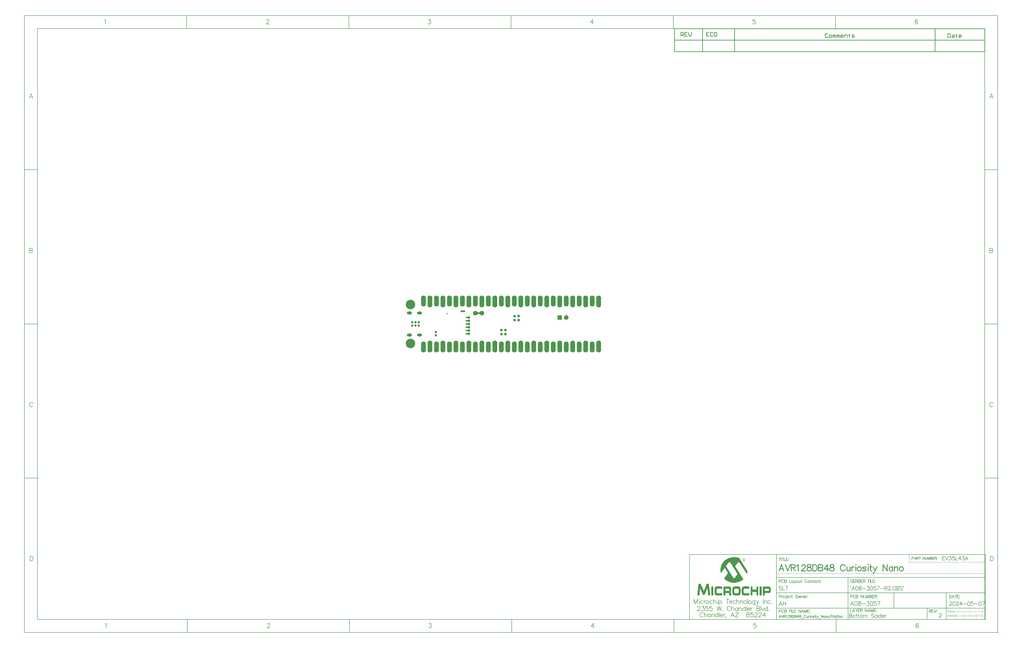
<source format=gbs>
G04*
G04 #@! TF.GenerationSoftware,Altium Limited,Altium Designer,24.4.1 (13)*
G04*
G04 Layer_Color=16711935*
%FSLAX43Y43*%
%MOMM*%
G71*
G04*
G04 #@! TF.SameCoordinates,F18E46F5-819F-4097-AB80-730C87273495*
G04*
G04*
G04 #@! TF.FilePolarity,Negative*
G04*
G01*
G75*
%ADD11C,0.100*%
%ADD12C,0.254*%
%ADD13C,0.150*%
%ADD14C,0.200*%
%ADD15C,0.127*%
%ADD18C,0.178*%
%ADD21C,0.350*%
%ADD22C,0.180*%
%ADD56R,1.325X0.500*%
%ADD57R,1.800X0.700*%
%ADD58R,0.770X0.620*%
%ADD88C,1.020*%
%ADD89C,1.820*%
%ADD90R,1.820X1.820*%
%ADD91O,2.020X1.120*%
%ADD92O,1.920X1.120*%
%ADD93C,3.720*%
%ADD94C,1.902*%
%ADD95C,0.120*%
%ADD96C,0.500*%
%ADD135C,1.050*%
%ADD136C,0.700*%
%ADD137C,0.920*%
%ADD138C,0.920*%
%ADD139C,1.902*%
G36*
X133107Y-81546D02*
X133192Y-81567D01*
X133298Y-81610D01*
X133404Y-81673D01*
X133488Y-81768D01*
X133552Y-81906D01*
X133563Y-81980D01*
X133573Y-82075D01*
Y-82086D01*
Y-82096D01*
X133563Y-82160D01*
X133541Y-82255D01*
X133510Y-82361D01*
X133436Y-82467D01*
X133340Y-82562D01*
X133277Y-82604D01*
X133203Y-82625D01*
X133118Y-82647D01*
X133023Y-82657D01*
X132981D01*
X132938Y-82647D01*
X132885Y-82636D01*
X132811Y-82615D01*
X132748Y-82583D01*
X132674Y-82541D01*
X132610Y-82488D01*
X132600Y-82477D01*
X132589Y-82456D01*
X132557Y-82424D01*
X132526Y-82371D01*
X132494Y-82308D01*
X132473Y-82244D01*
X132451Y-82160D01*
X132441Y-82075D01*
Y-82065D01*
Y-82033D01*
X132451Y-82001D01*
X132462Y-81948D01*
X132483Y-81885D01*
X132515Y-81821D01*
X132557Y-81758D01*
X132610Y-81694D01*
X132621Y-81684D01*
X132642Y-81673D01*
X132674Y-81641D01*
X132727Y-81610D01*
X132790Y-81588D01*
X132854Y-81557D01*
X132938Y-81546D01*
X133023Y-81535D01*
X133044D01*
X133107Y-81546D01*
D02*
G37*
G36*
X129393Y-81049D02*
X129499D01*
X129616Y-81059D01*
X129753Y-81070D01*
X129891Y-81091D01*
X130049Y-81112D01*
X130219Y-81144D01*
X130557Y-81218D01*
X130917Y-81324D01*
X131266Y-81461D01*
X134441Y-86498D01*
Y-86509D01*
Y-86541D01*
X134430Y-86593D01*
Y-86657D01*
X134420Y-86742D01*
X134398Y-86826D01*
X134356Y-87038D01*
Y-87049D01*
X134346Y-87091D01*
X134335Y-87144D01*
X134314Y-87228D01*
X134282Y-87324D01*
X134261Y-87429D01*
X134187Y-87662D01*
X131436Y-83366D01*
X131425Y-83356D01*
X131393Y-83313D01*
X131351Y-83260D01*
X131298Y-83197D01*
X131224Y-83133D01*
X131139Y-83080D01*
X131044Y-83038D01*
X130938Y-83027D01*
X130896D01*
X130854Y-83049D01*
X130790Y-83070D01*
X130727Y-83102D01*
X130653Y-83165D01*
X130568Y-83239D01*
X130483Y-83345D01*
X129563Y-84604D01*
X132801Y-89704D01*
X132779Y-89715D01*
X132727Y-89768D01*
X132642Y-89831D01*
X132526Y-89916D01*
X132377Y-90022D01*
X132197Y-90138D01*
X131986Y-90265D01*
X131753Y-90392D01*
X131489Y-90519D01*
X131203Y-90646D01*
X130896Y-90763D01*
X130568Y-90868D01*
X130219Y-90953D01*
X129848Y-91017D01*
X129457Y-91070D01*
X129055Y-91080D01*
X128959D01*
X128907Y-91070D01*
X128843D01*
X128684Y-91059D01*
X128494Y-91027D01*
X128272Y-90995D01*
X128018Y-90943D01*
X127753Y-90868D01*
X127457Y-90784D01*
X127150Y-90678D01*
X126833Y-90540D01*
X126515Y-90382D01*
X126187Y-90191D01*
X125859Y-89969D01*
X125542Y-89715D01*
X125235Y-89429D01*
X126610Y-87535D01*
X126621Y-87525D01*
X126632Y-87504D01*
X126642Y-87472D01*
X126653Y-87429D01*
X126663Y-87377D01*
X126684Y-87313D01*
X126695Y-87228D01*
Y-87218D01*
Y-87197D01*
X126684Y-87165D01*
X126674Y-87123D01*
X126663Y-87070D01*
X126632Y-87006D01*
X126600Y-86932D01*
X126547Y-86847D01*
X125531Y-85260D01*
X124018Y-87355D01*
Y-87345D01*
X124007Y-87324D01*
X123997Y-87292D01*
X123986Y-87239D01*
X123976Y-87186D01*
X123965Y-87112D01*
X123933Y-86943D01*
X123891Y-86742D01*
X123870Y-86509D01*
X123849Y-86255D01*
X123838Y-85980D01*
Y-85969D01*
Y-85959D01*
Y-85895D01*
X123849Y-85789D01*
X123859Y-85652D01*
X123880Y-85482D01*
X123912Y-85281D01*
X123965Y-85059D01*
X124018Y-84816D01*
X124092Y-84562D01*
X124187Y-84287D01*
X124314Y-84012D01*
X124452Y-83715D01*
X124621Y-83430D01*
X124811Y-83144D01*
X125034Y-82858D01*
X125288Y-82583D01*
X125309Y-82562D01*
X125362Y-82520D01*
X125446Y-82435D01*
X125563Y-82340D01*
X125722Y-82223D01*
X125901Y-82096D01*
X126113Y-81959D01*
X126356Y-81811D01*
X126632Y-81662D01*
X126928Y-81525D01*
X127245Y-81398D01*
X127594Y-81282D01*
X127965Y-81176D01*
X128356Y-81102D01*
X128769Y-81059D01*
X129203Y-81038D01*
X129319D01*
X129393Y-81049D01*
D02*
G37*
G36*
X134663Y-92509D02*
X134748D01*
X134822Y-92519D01*
X134875Y-92530D01*
X134885D01*
X134917Y-92540D01*
X134959Y-92562D01*
X135012Y-92593D01*
X135065Y-92636D01*
X135118Y-92699D01*
X135160Y-92773D01*
X135192Y-92868D01*
Y-92879D01*
Y-92900D01*
X135203Y-92942D01*
Y-93006D01*
Y-93080D01*
X135213Y-93175D01*
Y-93292D01*
Y-93419D01*
X133330Y-93376D01*
X133309D01*
X133266Y-93387D01*
X133192Y-93408D01*
X133118Y-93461D01*
X133033Y-93535D01*
X133002Y-93599D01*
X132959Y-93662D01*
X132938Y-93736D01*
X132917Y-93831D01*
X132896Y-93937D01*
Y-94064D01*
Y-94456D01*
Y-94466D01*
Y-94487D01*
Y-94519D01*
X132906Y-94561D01*
X132917Y-94678D01*
X132949Y-94794D01*
X133002Y-94921D01*
X133076Y-95038D01*
X133118Y-95080D01*
X133182Y-95112D01*
X133245Y-95133D01*
X133319Y-95143D01*
X135245D01*
Y-95154D01*
Y-95165D01*
Y-95228D01*
Y-95323D01*
X135234Y-95440D01*
X135224Y-95556D01*
X135203Y-95662D01*
X135171Y-95757D01*
X135139Y-95831D01*
X135129Y-95842D01*
X135107Y-95863D01*
X135076Y-95884D01*
X135012Y-95916D01*
X134928Y-95958D01*
X134822Y-95979D01*
X134674Y-96001D01*
X134504Y-96011D01*
X133139D01*
X133097Y-96001D01*
X132981Y-95990D01*
X132843Y-95969D01*
X132695Y-95926D01*
X132547Y-95863D01*
X132420Y-95768D01*
X132314Y-95651D01*
X132303Y-95641D01*
X132293Y-95598D01*
X132261Y-95535D01*
X132240Y-95440D01*
X132208Y-95313D01*
X132176Y-95165D01*
X132166Y-94985D01*
X132155Y-94784D01*
Y-93757D01*
Y-93747D01*
Y-93715D01*
Y-93673D01*
X132166Y-93620D01*
Y-93546D01*
X132176Y-93472D01*
X132208Y-93292D01*
X132261Y-93101D01*
X132324Y-92921D01*
X132430Y-92752D01*
X132494Y-92689D01*
X132568Y-92636D01*
X132578Y-92625D01*
X132610Y-92614D01*
X132652Y-92593D01*
X132727Y-92562D01*
X132811Y-92540D01*
X132928Y-92519D01*
X133055Y-92509D01*
X133203Y-92498D01*
X134578D01*
X134663Y-92509D01*
D02*
G37*
G36*
X138673Y-95990D02*
X137943D01*
Y-94678D01*
X136388D01*
Y-95990D01*
X135700D01*
Y-92530D01*
X136388D01*
Y-93757D01*
X137943D01*
Y-92530D01*
X138673D01*
Y-95990D01*
D02*
G37*
G36*
X118981Y-91398D02*
X119045Y-91419D01*
X119119Y-91450D01*
X119203Y-91514D01*
X119277Y-91609D01*
X119309Y-91673D01*
X119330Y-91747D01*
X119362Y-91831D01*
X119373Y-91927D01*
X119838Y-95990D01*
X118970D01*
X118727Y-93069D01*
X118716D01*
X117817Y-95408D01*
X117806Y-95429D01*
X117785Y-95471D01*
X117754Y-95535D01*
X117701Y-95598D01*
X117627Y-95673D01*
X117542Y-95736D01*
X117436Y-95778D01*
X117309Y-95800D01*
X117288D01*
X117246Y-95789D01*
X117182Y-95778D01*
X117097Y-95747D01*
X117002Y-95704D01*
X116918Y-95630D01*
X116833Y-95535D01*
X116769Y-95408D01*
X115881Y-93112D01*
X115870D01*
X115616Y-95990D01*
X114770D01*
X115214Y-91884D01*
Y-91874D01*
Y-91863D01*
X115235Y-91810D01*
X115256Y-91726D01*
X115299Y-91630D01*
X115352Y-91546D01*
X115436Y-91461D01*
X115542Y-91408D01*
X115605Y-91387D01*
X115701D01*
X115754Y-91398D01*
X115828Y-91408D01*
X115923Y-91440D01*
X116029Y-91503D01*
X116135Y-91588D01*
X116230Y-91694D01*
X116272Y-91768D01*
X116304Y-91853D01*
X117288Y-94360D01*
X117309D01*
X118293Y-91853D01*
Y-91842D01*
X118304Y-91831D01*
X118325Y-91778D01*
X118378Y-91704D01*
X118441Y-91620D01*
X118526Y-91535D01*
X118632Y-91461D01*
X118759Y-91408D01*
X118833Y-91387D01*
X118939D01*
X118981Y-91398D01*
D02*
G37*
G36*
X142800Y-92540D02*
X142906Y-92562D01*
X143044Y-92604D01*
X143181Y-92667D01*
X143308Y-92773D01*
X143372Y-92837D01*
X143425Y-92921D01*
X143467Y-93006D01*
X143499Y-93112D01*
Y-93122D01*
X143509Y-93154D01*
X143520Y-93207D01*
X143530Y-93271D01*
X143541Y-93366D01*
X143552Y-93472D01*
X143562Y-93588D01*
Y-93726D01*
Y-93990D01*
Y-94001D01*
Y-94022D01*
Y-94043D01*
Y-94085D01*
X143552Y-94202D01*
X143541Y-94329D01*
X143509Y-94477D01*
X143477Y-94625D01*
X143425Y-94773D01*
X143351Y-94890D01*
X143340Y-94900D01*
X143319Y-94921D01*
X143287Y-94964D01*
X143234Y-94995D01*
X143171Y-95038D01*
X143086Y-95080D01*
X142991Y-95101D01*
X142885Y-95112D01*
X141171D01*
Y-95990D01*
X140451D01*
Y-92530D01*
X142758D01*
X142800Y-92540D01*
D02*
G37*
G36*
X139986Y-95990D02*
X139181D01*
Y-92530D01*
X139986D01*
Y-95990D01*
D02*
G37*
G36*
X127446Y-92540D02*
X127489D01*
X127605Y-92583D01*
X127658Y-92614D01*
X127732Y-92657D01*
X127796Y-92710D01*
X127848Y-92784D01*
X127912Y-92858D01*
X127965Y-92964D01*
X128007Y-93080D01*
X128039Y-93218D01*
X128060Y-93376D01*
X128071Y-93556D01*
Y-93768D01*
Y-93778D01*
Y-93800D01*
Y-93831D01*
X128060Y-93884D01*
X128049Y-94001D01*
X128018Y-94149D01*
X127975Y-94297D01*
X127901Y-94445D01*
X127806Y-94561D01*
X127753Y-94604D01*
X127679Y-94636D01*
Y-94646D01*
X127700Y-94657D01*
X127743Y-94667D01*
X127806Y-94710D01*
X127880Y-94784D01*
X127944Y-94879D01*
X128007Y-95016D01*
X128039Y-95091D01*
X128049Y-95186D01*
X128071Y-95292D01*
Y-95408D01*
Y-95990D01*
X127340D01*
Y-95577D01*
Y-95567D01*
Y-95535D01*
Y-95482D01*
Y-95429D01*
X127330Y-95302D01*
X127319Y-95249D01*
X127309Y-95218D01*
Y-95207D01*
X127298Y-95196D01*
X127256Y-95143D01*
X127171Y-95101D01*
X127118Y-95091D01*
X127055Y-95080D01*
X125764D01*
Y-95990D01*
X125034D01*
Y-92530D01*
X127415D01*
X127446Y-92540D01*
D02*
G37*
G36*
X121076Y-95990D02*
X120261D01*
Y-92530D01*
X121076D01*
Y-95990D01*
D02*
G37*
G36*
X130917Y-92509D02*
X131044Y-92540D01*
X131182Y-92572D01*
X131319Y-92625D01*
X131436Y-92699D01*
X131531Y-92805D01*
X131541Y-92815D01*
X131563Y-92858D01*
X131605Y-92932D01*
X131647Y-93038D01*
X131679Y-93165D01*
X131721Y-93323D01*
X131742Y-93514D01*
X131753Y-93736D01*
Y-94773D01*
Y-94784D01*
Y-94815D01*
Y-94858D01*
X131742Y-94921D01*
Y-95006D01*
X131732Y-95091D01*
X131690Y-95281D01*
X131626Y-95482D01*
X131541Y-95673D01*
X131478Y-95757D01*
X131414Y-95831D01*
X131330Y-95895D01*
X131245Y-95948D01*
X131235D01*
X131213Y-95958D01*
X131160Y-95969D01*
X131108Y-95979D01*
X131023Y-95990D01*
X130938Y-96001D01*
X130832Y-96011D01*
X129499D01*
X129457Y-96001D01*
X129340Y-95990D01*
X129213Y-95969D01*
X129076Y-95926D01*
X128928Y-95874D01*
X128801Y-95789D01*
X128695Y-95683D01*
X128684Y-95673D01*
X128663Y-95630D01*
X128631Y-95556D01*
X128600Y-95461D01*
X128568Y-95334D01*
X128536Y-95175D01*
X128515Y-94995D01*
X128504Y-94773D01*
Y-93736D01*
Y-93726D01*
Y-93694D01*
Y-93641D01*
X128515Y-93577D01*
X128526Y-93493D01*
X128536Y-93397D01*
X128579Y-93196D01*
X128653Y-92995D01*
X128706Y-92890D01*
X128758Y-92794D01*
X128833Y-92710D01*
X128907Y-92636D01*
X129002Y-92583D01*
X129108Y-92540D01*
X129118D01*
X129139Y-92530D01*
X129182D01*
X129235Y-92519D01*
X129298Y-92509D01*
X129372D01*
X129552Y-92498D01*
X130811D01*
X130917Y-92509D01*
D02*
G37*
G36*
X123849D02*
X124018Y-92519D01*
X124177Y-92530D01*
X124240Y-92540D01*
X124304Y-92551D01*
X124346Y-92562D01*
X124378Y-92572D01*
X124388Y-92583D01*
X124409Y-92604D01*
X124441Y-92646D01*
X124473Y-92720D01*
X124505Y-92815D01*
X124526Y-92890D01*
X124536Y-92964D01*
X124547Y-93048D01*
X124558Y-93144D01*
X124568Y-93249D01*
Y-93376D01*
X122674D01*
X122632Y-93387D01*
X122589Y-93397D01*
X122484Y-93429D01*
X122431Y-93472D01*
X122388Y-93514D01*
Y-93524D01*
X122367Y-93546D01*
X122357Y-93577D01*
X122335Y-93630D01*
X122314Y-93704D01*
X122293Y-93800D01*
X122282Y-93927D01*
X122272Y-94064D01*
Y-94456D01*
Y-94477D01*
Y-94519D01*
Y-94593D01*
X122282Y-94667D01*
Y-94763D01*
X122293Y-94847D01*
X122304Y-94921D01*
X122325Y-94974D01*
Y-94985D01*
X122346Y-94995D01*
X122367Y-95027D01*
X122409Y-95059D01*
X122452Y-95091D01*
X122515Y-95112D01*
X122589Y-95133D01*
X122685Y-95143D01*
X124621D01*
Y-95154D01*
Y-95165D01*
Y-95228D01*
Y-95313D01*
X124610Y-95419D01*
X124600Y-95524D01*
X124579Y-95630D01*
X124547Y-95725D01*
X124515Y-95800D01*
X124505Y-95810D01*
X124483Y-95831D01*
X124441Y-95863D01*
X124388Y-95905D01*
X124293Y-95948D01*
X124187Y-95979D01*
X124039Y-96001D01*
X123870Y-96011D01*
X122473D01*
X122367Y-96001D01*
X122251Y-95979D01*
X122113Y-95948D01*
X121976Y-95895D01*
X121849Y-95831D01*
X121743Y-95736D01*
X121732Y-95725D01*
X121711Y-95683D01*
X121669Y-95609D01*
X121626Y-95514D01*
X121584Y-95376D01*
X121542Y-95218D01*
X121521Y-95016D01*
X121510Y-94773D01*
Y-93736D01*
Y-93726D01*
Y-93683D01*
Y-93630D01*
X121521Y-93567D01*
X121531Y-93472D01*
X121552Y-93376D01*
X121605Y-93165D01*
X121690Y-92953D01*
X121743Y-92847D01*
X121817Y-92752D01*
X121902Y-92667D01*
X121997Y-92593D01*
X122103Y-92540D01*
X122230Y-92509D01*
X122282D01*
X122325Y-92498D01*
X123679D01*
X123849Y-92509D01*
D02*
G37*
%LPC*%
G36*
X133107Y-81631D02*
X133002D01*
X132949Y-81641D01*
X132864Y-81652D01*
X132779Y-81684D01*
X132684Y-81737D01*
X132600Y-81821D01*
X132547Y-81927D01*
X132536Y-82001D01*
X132526Y-82075D01*
Y-82086D01*
Y-82107D01*
X132536Y-82149D01*
X132547Y-82202D01*
X132589Y-82319D01*
X132621Y-82371D01*
X132663Y-82435D01*
X132674Y-82445D01*
X132695Y-82456D01*
X132727Y-82477D01*
X132769Y-82498D01*
X132875Y-82551D01*
X132949Y-82562D01*
X133023Y-82572D01*
X133044D01*
X133097Y-82562D01*
X133171Y-82541D01*
X133256Y-82509D01*
X133340Y-82445D01*
X133414Y-82361D01*
X133467Y-82234D01*
X133488Y-82160D01*
Y-82075D01*
Y-82054D01*
X133478Y-82001D01*
X133467Y-81938D01*
X133436Y-81853D01*
X133372Y-81768D01*
X133287Y-81705D01*
X133182Y-81652D01*
X133107Y-81631D01*
D02*
G37*
%LPD*%
G36*
X133097Y-81768D02*
X133139Y-81779D01*
X133182Y-81811D01*
X133224Y-81842D01*
X133245Y-81895D01*
X133256Y-81959D01*
Y-81969D01*
Y-81990D01*
X133234Y-82054D01*
X133213Y-82086D01*
X133192Y-82117D01*
X133150Y-82139D01*
X133097Y-82149D01*
X133277Y-82435D01*
X133171D01*
X132991Y-82149D01*
X132885D01*
Y-82435D01*
X132779D01*
Y-81758D01*
X133055D01*
X133097Y-81768D01*
D02*
G37*
%LPC*%
G36*
X133055Y-81853D02*
X132885D01*
Y-82065D01*
X133065D01*
X133107Y-82054D01*
X133139Y-82022D01*
X133150Y-81959D01*
Y-81938D01*
X133139Y-81906D01*
X133107Y-81874D01*
X133055Y-81853D01*
D02*
G37*
G36*
X127372Y-83017D02*
X127330D01*
X127277Y-83038D01*
X127214Y-83059D01*
X127139Y-83091D01*
X127065Y-83154D01*
X126970Y-83229D01*
X126885Y-83334D01*
X125997Y-84583D01*
X128695Y-88858D01*
X128706Y-88879D01*
X128737Y-88921D01*
X128780Y-88985D01*
X128843Y-89048D01*
X128917Y-89122D01*
X128991Y-89186D01*
X129065Y-89228D01*
X129150Y-89249D01*
X129192D01*
X129245Y-89239D01*
X129309Y-89218D01*
X129383Y-89175D01*
X129457Y-89133D01*
X129541Y-89059D01*
X129616Y-88964D01*
X130557Y-87609D01*
X127848Y-83345D01*
X127838Y-83334D01*
X127817Y-83292D01*
X127764Y-83239D01*
X127711Y-83176D01*
X127637Y-83123D01*
X127563Y-83070D01*
X127467Y-83027D01*
X127372Y-83017D01*
D02*
G37*
G36*
X142525Y-93366D02*
X141171D01*
Y-94244D01*
X142589D01*
X142610Y-94233D01*
X142652Y-94223D01*
X142694Y-94202D01*
X142726Y-94159D01*
X142769Y-94096D01*
X142790Y-94001D01*
X142800Y-93884D01*
Y-93757D01*
Y-93736D01*
Y-93694D01*
X142790Y-93630D01*
X142769Y-93556D01*
X142737Y-93493D01*
X142684Y-93429D01*
X142620Y-93387D01*
X142525Y-93366D01*
D02*
G37*
G36*
X127023D02*
X125764D01*
Y-94233D01*
X127108D01*
X127139Y-94223D01*
X127192Y-94212D01*
X127245Y-94181D01*
X127288Y-94138D01*
X127340Y-94075D01*
X127372Y-93979D01*
X127383Y-93852D01*
Y-93757D01*
Y-93736D01*
Y-93694D01*
X127362Y-93630D01*
X127340Y-93556D01*
X127298Y-93493D01*
X127235Y-93429D01*
X127139Y-93387D01*
X127023Y-93366D01*
D02*
G37*
G36*
X130557D02*
X129668D01*
X129626Y-93376D01*
X129573Y-93387D01*
X129520Y-93408D01*
X129467Y-93429D01*
X129415Y-93472D01*
X129362Y-93524D01*
Y-93535D01*
X129340Y-93556D01*
X129330Y-93588D01*
X129309Y-93651D01*
X129288Y-93726D01*
X129277Y-93810D01*
X129256Y-93927D01*
Y-94064D01*
Y-94456D01*
Y-94477D01*
Y-94519D01*
Y-94583D01*
X129266Y-94667D01*
X129288Y-94847D01*
X129309Y-94932D01*
X129330Y-94995D01*
Y-95006D01*
X129351Y-95016D01*
X129372Y-95038D01*
X129404Y-95069D01*
X129446Y-95101D01*
X129499Y-95122D01*
X129573Y-95133D01*
X129658Y-95143D01*
X130600D01*
X130653Y-95133D01*
X130727Y-95112D01*
X130811Y-95059D01*
X130885Y-94974D01*
X130928Y-94921D01*
X130959Y-94858D01*
X130991Y-94773D01*
X131012Y-94678D01*
X131033Y-94572D01*
Y-94456D01*
Y-94064D01*
Y-94043D01*
Y-94001D01*
X131023Y-93937D01*
X131012Y-93852D01*
X130970Y-93673D01*
X130938Y-93588D01*
X130885Y-93524D01*
X130875Y-93514D01*
X130864Y-93503D01*
X130832Y-93472D01*
X130790Y-93440D01*
X130684Y-93387D01*
X130631Y-93376D01*
X130557Y-93366D01*
D02*
G37*
%LPD*%
D11*
X145770Y-87490D02*
X227590D01*
X197770Y-82990D02*
X227590Y-82990D01*
X216470Y-102290D02*
X226470D01*
X216310Y-103990D02*
X226470D01*
X197770Y-82990D02*
Y-79990D01*
X226470Y-104625D02*
Y-103355D01*
Y-102790D02*
Y-101790D01*
X223930Y-104625D02*
Y-103355D01*
X221390Y-104625D02*
Y-103355D01*
X218850Y-104625D02*
Y-103355D01*
X216310Y-104625D02*
Y-103355D01*
X216470Y-102790D02*
Y-101790D01*
X227590Y-82990D02*
Y-82990D01*
X221470Y-102590D02*
Y-101990D01*
X212770Y-102023D02*
X212836Y-101990D01*
X212936Y-101890D01*
Y-102590D01*
X213483Y-101890D02*
X213383Y-101923D01*
X213316Y-102023D01*
X213283Y-102190D01*
Y-102290D01*
X213316Y-102457D01*
X213383Y-102557D01*
X213483Y-102590D01*
X213549D01*
X213649Y-102557D01*
X213716Y-102457D01*
X213749Y-102290D01*
Y-102190D01*
X213716Y-102023D01*
X213649Y-101923D01*
X213549Y-101890D01*
X213483D01*
X213906Y-102123D02*
Y-102590D01*
Y-102257D02*
X214006Y-102157D01*
X214073Y-102123D01*
X214173D01*
X214239Y-102157D01*
X214273Y-102257D01*
Y-102590D01*
Y-102257D02*
X214372Y-102157D01*
X214439Y-102123D01*
X214539D01*
X214606Y-102157D01*
X214639Y-102257D01*
Y-102590D01*
X214859Y-102123D02*
Y-102590D01*
Y-102257D02*
X214959Y-102157D01*
X215026Y-102123D01*
X215126D01*
X215192Y-102157D01*
X215226Y-102257D01*
Y-102590D01*
Y-102257D02*
X215326Y-102157D01*
X215392Y-102123D01*
X215492D01*
X215559Y-102157D01*
X215592Y-102257D01*
Y-102590D01*
X213003Y-103590D02*
X212670Y-104057D01*
X213169D01*
X213003Y-103590D02*
Y-104290D01*
X213493Y-103590D02*
X213393Y-103623D01*
X213326Y-103723D01*
X213293Y-103890D01*
Y-103990D01*
X213326Y-104157D01*
X213393Y-104257D01*
X213493Y-104290D01*
X213559D01*
X213659Y-104257D01*
X213726Y-104157D01*
X213759Y-103990D01*
Y-103890D01*
X213726Y-103723D01*
X213659Y-103623D01*
X213559Y-103590D01*
X213493D01*
X214116D02*
X214016Y-103623D01*
X213949Y-103723D01*
X213916Y-103890D01*
Y-103990D01*
X213949Y-104157D01*
X214016Y-104257D01*
X214116Y-104290D01*
X214183D01*
X214283Y-104257D01*
X214349Y-104157D01*
X214382Y-103990D01*
Y-103890D01*
X214349Y-103723D01*
X214283Y-103623D01*
X214183Y-103590D01*
X214116D01*
X214539Y-103823D02*
Y-104290D01*
Y-103957D02*
X214639Y-103857D01*
X214706Y-103823D01*
X214806D01*
X214872Y-103857D01*
X214906Y-103957D01*
Y-104290D01*
Y-103957D02*
X215006Y-103857D01*
X215072Y-103823D01*
X215172D01*
X215239Y-103857D01*
X215272Y-103957D01*
Y-104290D01*
X215559Y-103590D02*
X215592Y-103623D01*
X215626Y-103590D01*
X215592Y-103557D01*
X215559Y-103590D01*
X215592Y-103823D02*
Y-104290D01*
X215749Y-103590D02*
Y-104290D01*
D12*
X227330Y116730D02*
Y125730D01*
X105830D02*
X227330D01*
X129330Y116730D02*
Y121230D01*
X105830D02*
Y125730D01*
Y121230D02*
X227330D01*
X116830D02*
Y125730D01*
X129330Y121230D02*
Y125730D01*
X207830Y121230D02*
Y125730D01*
X105830Y116730D02*
Y121230D01*
Y116730D02*
X227330D01*
X207830D02*
Y121230D01*
X116830Y116730D02*
Y121230D01*
X108330Y122730D02*
Y124254D01*
X109092D01*
X109346Y124000D01*
Y123492D01*
X109092Y123238D01*
X108330D01*
X108838D02*
X109346Y122730D01*
X110869Y124254D02*
X109854D01*
Y122730D01*
X110869D01*
X109854Y123492D02*
X110361D01*
X111377Y124254D02*
Y123238D01*
X111885Y122730D01*
X112393Y123238D01*
Y124254D01*
X119346D02*
X118330D01*
Y122730D01*
X119346D01*
X118330Y123492D02*
X118838D01*
X120869Y124000D02*
X120615Y124254D01*
X120107D01*
X119854Y124000D01*
Y122984D01*
X120107Y122730D01*
X120615D01*
X120869Y122984D01*
X122139Y124254D02*
X121631D01*
X121377Y124000D01*
Y122984D01*
X121631Y122730D01*
X122139D01*
X122393Y122984D01*
Y124000D01*
X122139Y124254D01*
X165846Y123500D02*
X165592Y123754D01*
X165084D01*
X164830Y123500D01*
Y122484D01*
X165084Y122230D01*
X165592D01*
X165846Y122484D01*
X166607Y122230D02*
X167115D01*
X167369Y122484D01*
Y122992D01*
X167115Y123246D01*
X166607D01*
X166354Y122992D01*
Y122484D01*
X166607Y122230D01*
X167877D02*
Y123246D01*
X168131D01*
X168385Y122992D01*
Y122230D01*
Y122992D01*
X168639Y123246D01*
X168893Y122992D01*
Y122230D01*
X169401D02*
Y123246D01*
X169654D01*
X169908Y122992D01*
Y122230D01*
Y122992D01*
X170162Y123246D01*
X170416Y122992D01*
Y122230D01*
X171686D02*
X171178D01*
X170924Y122484D01*
Y122992D01*
X171178Y123246D01*
X171686D01*
X171940Y122992D01*
Y122738D01*
X170924D01*
X172448Y122230D02*
Y123246D01*
X173209D01*
X173463Y122992D01*
Y122230D01*
X174225Y123500D02*
Y123246D01*
X173971D01*
X174479D01*
X174225D01*
Y122484D01*
X174479Y122230D01*
X175241D02*
X176002D01*
X176256Y122484D01*
X176002Y122738D01*
X175495D01*
X175241Y122992D01*
X175495Y123246D01*
X176256D01*
X212830Y123754D02*
Y122230D01*
X213592D01*
X213846Y122484D01*
Y123500D01*
X213592Y123754D01*
X212830D01*
X214607Y123246D02*
X215115D01*
X215369Y122992D01*
Y122230D01*
X214607D01*
X214354Y122484D01*
X214607Y122738D01*
X215369D01*
X216131Y123500D02*
Y123246D01*
X215877D01*
X216385D01*
X216131D01*
Y122484D01*
X216385Y122230D01*
X217908D02*
X217401D01*
X217147Y122484D01*
Y122992D01*
X217401Y123246D01*
X217908D01*
X218162Y122992D01*
Y122738D01*
X217147D01*
D13*
X174270Y-103240D02*
Y-104740D01*
Y-103240D02*
X174912D01*
X175126Y-103312D01*
X175198Y-103383D01*
X175269Y-103526D01*
Y-103669D01*
X175198Y-103812D01*
X175126Y-103883D01*
X174912Y-103954D01*
X174270D02*
X174912D01*
X175126Y-104026D01*
X175198Y-104097D01*
X175269Y-104240D01*
Y-104454D01*
X175198Y-104597D01*
X175126Y-104669D01*
X174912Y-104740D01*
X174270D01*
X175962Y-103740D02*
X175819Y-103812D01*
X175676Y-103954D01*
X175605Y-104169D01*
Y-104312D01*
X175676Y-104526D01*
X175819Y-104669D01*
X175962Y-104740D01*
X176176D01*
X176319Y-104669D01*
X176462Y-104526D01*
X176533Y-104312D01*
Y-104169D01*
X176462Y-103954D01*
X176319Y-103812D01*
X176176Y-103740D01*
X175962D01*
X177076Y-103240D02*
Y-104454D01*
X177147Y-104669D01*
X177290Y-104740D01*
X177433D01*
X176862Y-103740D02*
X177362D01*
X177862Y-103240D02*
Y-104454D01*
X177933Y-104669D01*
X178076Y-104740D01*
X178219D01*
X177647Y-103740D02*
X178147D01*
X178790D02*
X178647Y-103812D01*
X178504Y-103954D01*
X178433Y-104169D01*
Y-104312D01*
X178504Y-104526D01*
X178647Y-104669D01*
X178790Y-104740D01*
X179004D01*
X179147Y-104669D01*
X179290Y-104526D01*
X179361Y-104312D01*
Y-104169D01*
X179290Y-103954D01*
X179147Y-103812D01*
X179004Y-103740D01*
X178790D01*
X179690D02*
Y-104740D01*
Y-104026D02*
X179904Y-103812D01*
X180047Y-103740D01*
X180261D01*
X180404Y-103812D01*
X180475Y-104026D01*
Y-104740D01*
Y-104026D02*
X180690Y-103812D01*
X180832Y-103740D01*
X181047D01*
X181189Y-103812D01*
X181261Y-104026D01*
Y-104740D01*
X183910Y-103455D02*
X183767Y-103312D01*
X183553Y-103240D01*
X183268D01*
X183053Y-103312D01*
X182911Y-103455D01*
Y-103597D01*
X182982Y-103740D01*
X183053Y-103812D01*
X183196Y-103883D01*
X183625Y-104026D01*
X183767Y-104097D01*
X183839Y-104169D01*
X183910Y-104312D01*
Y-104526D01*
X183767Y-104669D01*
X183553Y-104740D01*
X183268D01*
X183053Y-104669D01*
X182911Y-104526D01*
X184603Y-103740D02*
X184460Y-103812D01*
X184317Y-103954D01*
X184246Y-104169D01*
Y-104312D01*
X184317Y-104526D01*
X184460Y-104669D01*
X184603Y-104740D01*
X184817D01*
X184960Y-104669D01*
X185103Y-104526D01*
X185174Y-104312D01*
Y-104169D01*
X185103Y-103954D01*
X184960Y-103812D01*
X184817Y-103740D01*
X184603D01*
X185503Y-103240D02*
Y-104740D01*
X186674Y-103240D02*
Y-104740D01*
Y-103954D02*
X186531Y-103812D01*
X186388Y-103740D01*
X186174D01*
X186031Y-103812D01*
X185888Y-103954D01*
X185817Y-104169D01*
Y-104312D01*
X185888Y-104526D01*
X186031Y-104669D01*
X186174Y-104740D01*
X186388D01*
X186531Y-104669D01*
X186674Y-104526D01*
X187074Y-104169D02*
X187931D01*
Y-104026D01*
X187859Y-103883D01*
X187788Y-103812D01*
X187645Y-103740D01*
X187431D01*
X187288Y-103812D01*
X187145Y-103954D01*
X187074Y-104169D01*
Y-104312D01*
X187145Y-104526D01*
X187288Y-104669D01*
X187431Y-104740D01*
X187645D01*
X187788Y-104669D01*
X187931Y-104526D01*
X188252Y-103740D02*
Y-104740D01*
Y-104169D02*
X188324Y-103954D01*
X188466Y-103812D01*
X188609Y-103740D01*
X188824D01*
X198770Y-81514D02*
X199198D01*
X199341Y-81466D01*
X199388Y-81419D01*
X199436Y-81323D01*
Y-81181D01*
X199388Y-81085D01*
X199341Y-81038D01*
X199198Y-80990D01*
X198770D01*
Y-81990D01*
X200422D02*
X200041Y-80990D01*
X199660Y-81990D01*
X199803Y-81657D02*
X200279D01*
X200655Y-80990D02*
Y-81990D01*
Y-80990D02*
X201083D01*
X201226Y-81038D01*
X201274Y-81085D01*
X201321Y-81181D01*
Y-81276D01*
X201274Y-81371D01*
X201226Y-81419D01*
X201083Y-81466D01*
X200655D01*
X200988D02*
X201321Y-81990D01*
X201878Y-80990D02*
Y-81990D01*
X201545Y-80990D02*
X202212D01*
X203116D02*
Y-81990D01*
Y-80990D02*
X203783Y-81990D01*
Y-80990D02*
Y-81990D01*
X204059Y-80990D02*
Y-81704D01*
X204106Y-81847D01*
X204202Y-81942D01*
X204345Y-81990D01*
X204440D01*
X204583Y-81942D01*
X204678Y-81847D01*
X204725Y-81704D01*
Y-80990D01*
X205002D02*
Y-81990D01*
Y-80990D02*
X205382Y-81990D01*
X205763Y-80990D02*
X205382Y-81990D01*
X205763Y-80990D02*
Y-81990D01*
X206049Y-80990D02*
Y-81990D01*
Y-80990D02*
X206477D01*
X206620Y-81038D01*
X206668Y-81085D01*
X206715Y-81181D01*
Y-81276D01*
X206668Y-81371D01*
X206620Y-81419D01*
X206477Y-81466D01*
X206049D02*
X206477D01*
X206620Y-81514D01*
X206668Y-81561D01*
X206715Y-81657D01*
Y-81800D01*
X206668Y-81895D01*
X206620Y-81942D01*
X206477Y-81990D01*
X206049D01*
X207558Y-80990D02*
X206939D01*
Y-81990D01*
X207558D01*
X206939Y-81466D02*
X207320D01*
X207725Y-80990D02*
Y-81990D01*
Y-80990D02*
X208153D01*
X208296Y-81038D01*
X208344Y-81085D01*
X208391Y-81181D01*
Y-81276D01*
X208344Y-81371D01*
X208296Y-81419D01*
X208153Y-81466D01*
X207725D01*
X208058D02*
X208391Y-81990D01*
X208663Y-81323D02*
X208615Y-81371D01*
X208663Y-81419D01*
X208710Y-81371D01*
X208663Y-81323D01*
Y-81895D02*
X208615Y-81942D01*
X208663Y-81990D01*
X208710Y-81942D01*
X208663Y-81895D01*
X213541Y-98847D02*
Y-98776D01*
X213612Y-98633D01*
X213684Y-98562D01*
X213827Y-98490D01*
X214112D01*
X214255Y-98562D01*
X214326Y-98633D01*
X214398Y-98776D01*
Y-98919D01*
X214326Y-99062D01*
X214184Y-99276D01*
X213470Y-99990D01*
X214469D01*
X215233Y-98490D02*
X215019Y-98562D01*
X214876Y-98776D01*
X214805Y-99133D01*
Y-99347D01*
X214876Y-99704D01*
X215019Y-99919D01*
X215233Y-99990D01*
X215376D01*
X215590Y-99919D01*
X215733Y-99704D01*
X215805Y-99347D01*
Y-99133D01*
X215733Y-98776D01*
X215590Y-98562D01*
X215376Y-98490D01*
X215233D01*
X216212Y-98847D02*
Y-98776D01*
X216283Y-98633D01*
X216355Y-98562D01*
X216497Y-98490D01*
X216783D01*
X216926Y-98562D01*
X216997Y-98633D01*
X217069Y-98776D01*
Y-98919D01*
X216997Y-99062D01*
X216855Y-99276D01*
X216140Y-99990D01*
X217140D01*
X218190Y-98490D02*
X217476Y-99490D01*
X218547D01*
X218190Y-98490D02*
Y-99990D01*
X218811Y-99347D02*
X220097D01*
X220968Y-98490D02*
X220754Y-98562D01*
X220611Y-98776D01*
X220539Y-99133D01*
Y-99347D01*
X220611Y-99704D01*
X220754Y-99919D01*
X220968Y-99990D01*
X221111D01*
X221325Y-99919D01*
X221468Y-99704D01*
X221539Y-99347D01*
Y-99133D01*
X221468Y-98776D01*
X221325Y-98562D01*
X221111Y-98490D01*
X220968D01*
X222732D02*
X222018D01*
X221946Y-99133D01*
X222018Y-99062D01*
X222232Y-98990D01*
X222446D01*
X222660Y-99062D01*
X222803Y-99204D01*
X222875Y-99419D01*
Y-99562D01*
X222803Y-99776D01*
X222660Y-99919D01*
X222446Y-99990D01*
X222232D01*
X222018Y-99919D01*
X221946Y-99847D01*
X221875Y-99704D01*
X223210Y-99347D02*
X224496D01*
X225367Y-98490D02*
X225153Y-98562D01*
X225010Y-98776D01*
X224938Y-99133D01*
Y-99347D01*
X225010Y-99704D01*
X225153Y-99919D01*
X225367Y-99990D01*
X225510D01*
X225724Y-99919D01*
X225867Y-99704D01*
X225938Y-99347D01*
Y-99133D01*
X225867Y-98776D01*
X225724Y-98562D01*
X225510Y-98490D01*
X225367D01*
X227274D02*
X226560Y-99990D01*
X226274Y-98490D02*
X227274D01*
X175591Y-90114D02*
X175536Y-90004D01*
X175427Y-89895D01*
X175317Y-89840D01*
X175098D01*
X174989Y-89895D01*
X174879Y-90004D01*
X174824Y-90114D01*
X174770Y-90278D01*
Y-90552D01*
X174824Y-90716D01*
X174879Y-90826D01*
X174989Y-90935D01*
X175098Y-90990D01*
X175317D01*
X175427Y-90935D01*
X175536Y-90826D01*
X175591Y-90716D01*
Y-90552D01*
X175317D02*
X175591D01*
X176565Y-89840D02*
X175854D01*
Y-90990D01*
X176565D01*
X175854Y-90388D02*
X176292D01*
X176757Y-89840D02*
Y-90990D01*
Y-89840D02*
X177250D01*
X177414Y-89895D01*
X177469Y-89950D01*
X177523Y-90059D01*
Y-90169D01*
X177469Y-90278D01*
X177414Y-90333D01*
X177250Y-90388D01*
X176757D01*
X177140D02*
X177523Y-90990D01*
X177781Y-89840D02*
Y-90990D01*
Y-89840D02*
X178274D01*
X178438Y-89895D01*
X178493Y-89950D01*
X178547Y-90059D01*
Y-90169D01*
X178493Y-90278D01*
X178438Y-90333D01*
X178274Y-90388D01*
X177781D02*
X178274D01*
X178438Y-90442D01*
X178493Y-90497D01*
X178547Y-90607D01*
Y-90771D01*
X178493Y-90880D01*
X178438Y-90935D01*
X178274Y-90990D01*
X177781D01*
X179516Y-89840D02*
X178805D01*
Y-90990D01*
X179516D01*
X178805Y-90388D02*
X179243D01*
X179708Y-89840D02*
Y-90990D01*
Y-89840D02*
X180201D01*
X180365Y-89895D01*
X180420Y-89950D01*
X180474Y-90059D01*
Y-90169D01*
X180420Y-90278D01*
X180365Y-90333D01*
X180201Y-90388D01*
X179708D01*
X180091D02*
X180474Y-90990D01*
X181635Y-89840D02*
Y-90990D01*
Y-89840D02*
X182347D01*
X181635Y-90388D02*
X182073D01*
X182478Y-89840D02*
Y-90990D01*
X182719Y-89840D02*
Y-90990D01*
X183376D01*
X184214Y-89840D02*
X183502D01*
Y-90990D01*
X184214D01*
X183502Y-90388D02*
X183940D01*
X184460Y-90223D02*
X184406Y-90278D01*
X184460Y-90333D01*
X184515Y-90278D01*
X184460Y-90223D01*
Y-90880D02*
X184406Y-90935D01*
X184460Y-90990D01*
X184515Y-90935D01*
X184460Y-90880D01*
X174770Y-96442D02*
X175262D01*
X175427Y-96388D01*
X175481Y-96333D01*
X175536Y-96223D01*
Y-96059D01*
X175481Y-95950D01*
X175427Y-95895D01*
X175262Y-95840D01*
X174770D01*
Y-96990D01*
X176615Y-96114D02*
X176560Y-96004D01*
X176450Y-95895D01*
X176341Y-95840D01*
X176122D01*
X176012Y-95895D01*
X175903Y-96004D01*
X175848Y-96114D01*
X175793Y-96278D01*
Y-96552D01*
X175848Y-96716D01*
X175903Y-96826D01*
X176012Y-96935D01*
X176122Y-96990D01*
X176341D01*
X176450Y-96935D01*
X176560Y-96826D01*
X176615Y-96716D01*
X176938Y-95840D02*
Y-96990D01*
Y-95840D02*
X177430D01*
X177595Y-95895D01*
X177649Y-95950D01*
X177704Y-96059D01*
Y-96169D01*
X177649Y-96278D01*
X177595Y-96333D01*
X177430Y-96388D01*
X176938D02*
X177430D01*
X177595Y-96442D01*
X177649Y-96497D01*
X177704Y-96607D01*
Y-96771D01*
X177649Y-96880D01*
X177595Y-96935D01*
X177430Y-96990D01*
X176938D01*
X178865Y-95840D02*
Y-96990D01*
Y-95840D02*
X179631Y-96990D01*
Y-95840D02*
Y-96990D01*
X179949Y-95840D02*
Y-96661D01*
X180004Y-96826D01*
X180113Y-96935D01*
X180277Y-96990D01*
X180387D01*
X180551Y-96935D01*
X180661Y-96826D01*
X180715Y-96661D01*
Y-95840D01*
X181033D02*
Y-96990D01*
Y-95840D02*
X181471Y-96990D01*
X181909Y-95840D02*
X181471Y-96990D01*
X181909Y-95840D02*
Y-96990D01*
X182237Y-95840D02*
Y-96990D01*
Y-95840D02*
X182730D01*
X182894Y-95895D01*
X182949Y-95950D01*
X183004Y-96059D01*
Y-96169D01*
X182949Y-96278D01*
X182894Y-96333D01*
X182730Y-96388D01*
X182237D02*
X182730D01*
X182894Y-96442D01*
X182949Y-96497D01*
X183004Y-96607D01*
Y-96771D01*
X182949Y-96880D01*
X182894Y-96935D01*
X182730Y-96990D01*
X182237D01*
X183973Y-95840D02*
X183261D01*
Y-96990D01*
X183973D01*
X183261Y-96388D02*
X183699D01*
X184165Y-95840D02*
Y-96990D01*
Y-95840D02*
X184657D01*
X184822Y-95895D01*
X184876Y-95950D01*
X184931Y-96059D01*
Y-96169D01*
X184876Y-96278D01*
X184822Y-96333D01*
X184657Y-96388D01*
X184165D01*
X184548D02*
X184931Y-96990D01*
X185243Y-96223D02*
X185188Y-96278D01*
X185243Y-96333D01*
X185298Y-96278D01*
X185243Y-96223D01*
Y-96880D02*
X185188Y-96935D01*
X185243Y-96990D01*
X185298Y-96935D01*
X185243Y-96880D01*
X146770Y-96442D02*
X147262D01*
X147427Y-96388D01*
X147481Y-96333D01*
X147536Y-96223D01*
Y-96059D01*
X147481Y-95950D01*
X147427Y-95895D01*
X147262Y-95840D01*
X146770D01*
Y-96990D01*
X147793Y-96223D02*
Y-96990D01*
Y-96552D02*
X147848Y-96388D01*
X147958Y-96278D01*
X148067Y-96223D01*
X148231D01*
X148609D02*
X148500Y-96278D01*
X148390Y-96388D01*
X148335Y-96552D01*
Y-96661D01*
X148390Y-96826D01*
X148500Y-96935D01*
X148609Y-96990D01*
X148773D01*
X148883Y-96935D01*
X148992Y-96826D01*
X149047Y-96661D01*
Y-96552D01*
X148992Y-96388D01*
X148883Y-96278D01*
X148773Y-96223D01*
X148609D01*
X149518Y-95840D02*
X149573Y-95895D01*
X149627Y-95840D01*
X149573Y-95785D01*
X149518Y-95840D01*
X149573Y-96223D02*
Y-97154D01*
X149518Y-97318D01*
X149408Y-97373D01*
X149299D01*
X149841Y-96552D02*
X150498D01*
Y-96442D01*
X150443Y-96333D01*
X150389Y-96278D01*
X150279Y-96223D01*
X150115D01*
X150005Y-96278D01*
X149896Y-96388D01*
X149841Y-96552D01*
Y-96661D01*
X149896Y-96826D01*
X150005Y-96935D01*
X150115Y-96990D01*
X150279D01*
X150389Y-96935D01*
X150498Y-96826D01*
X151401Y-96388D02*
X151292Y-96278D01*
X151182Y-96223D01*
X151018D01*
X150909Y-96278D01*
X150799Y-96388D01*
X150744Y-96552D01*
Y-96661D01*
X150799Y-96826D01*
X150909Y-96935D01*
X151018Y-96990D01*
X151182D01*
X151292Y-96935D01*
X151401Y-96826D01*
X151812Y-95840D02*
Y-96771D01*
X151867Y-96935D01*
X151976Y-96990D01*
X152086D01*
X151648Y-96223D02*
X152031D01*
X153482Y-95840D02*
X153372Y-95895D01*
X153263Y-96004D01*
X153208Y-96114D01*
X153153Y-96278D01*
Y-96552D01*
X153208Y-96716D01*
X153263Y-96826D01*
X153372Y-96935D01*
X153482Y-96990D01*
X153701D01*
X153810Y-96935D01*
X153920Y-96826D01*
X153975Y-96716D01*
X154029Y-96552D01*
Y-96278D01*
X153975Y-96114D01*
X153920Y-96004D01*
X153810Y-95895D01*
X153701Y-95840D01*
X153482D01*
X154298Y-96223D02*
X154517Y-96990D01*
X154736Y-96223D02*
X154517Y-96990D01*
X154736Y-96223D02*
X154955Y-96990D01*
X155174Y-96223D02*
X154955Y-96990D01*
X155442Y-96223D02*
Y-96990D01*
Y-96442D02*
X155606Y-96278D01*
X155716Y-96223D01*
X155880D01*
X155989Y-96278D01*
X156044Y-96442D01*
Y-96990D01*
X156345Y-96552D02*
X157002D01*
Y-96442D01*
X156948Y-96333D01*
X156893Y-96278D01*
X156783Y-96223D01*
X156619D01*
X156510Y-96278D01*
X156400Y-96388D01*
X156345Y-96552D01*
Y-96661D01*
X156400Y-96826D01*
X156510Y-96935D01*
X156619Y-96990D01*
X156783D01*
X156893Y-96935D01*
X157002Y-96826D01*
X157249Y-96223D02*
Y-96990D01*
Y-96552D02*
X157303Y-96388D01*
X157413Y-96278D01*
X157522Y-96223D01*
X157687D01*
X157845D02*
X157791Y-96278D01*
X157845Y-96333D01*
X157900Y-96278D01*
X157845Y-96223D01*
Y-96880D02*
X157791Y-96935D01*
X157845Y-96990D01*
X157900Y-96935D01*
X157845Y-96880D01*
X146770Y-90442D02*
X147262D01*
X147427Y-90388D01*
X147481Y-90333D01*
X147536Y-90223D01*
Y-90059D01*
X147481Y-89950D01*
X147427Y-89895D01*
X147262Y-89840D01*
X146770D01*
Y-90990D01*
X148615Y-90114D02*
X148560Y-90004D01*
X148450Y-89895D01*
X148341Y-89840D01*
X148122D01*
X148012Y-89895D01*
X147903Y-90004D01*
X147848Y-90114D01*
X147793Y-90278D01*
Y-90552D01*
X147848Y-90716D01*
X147903Y-90826D01*
X148012Y-90935D01*
X148122Y-90990D01*
X148341D01*
X148450Y-90935D01*
X148560Y-90826D01*
X148615Y-90716D01*
X148938Y-89840D02*
Y-90990D01*
Y-89840D02*
X149430D01*
X149595Y-89895D01*
X149649Y-89950D01*
X149704Y-90059D01*
Y-90169D01*
X149649Y-90278D01*
X149595Y-90333D01*
X149430Y-90388D01*
X148938D02*
X149430D01*
X149595Y-90442D01*
X149649Y-90497D01*
X149704Y-90607D01*
Y-90771D01*
X149649Y-90880D01*
X149595Y-90935D01*
X149430Y-90990D01*
X148938D01*
X150865Y-89840D02*
Y-90990D01*
X151522D01*
X152305Y-90223D02*
Y-90990D01*
Y-90388D02*
X152195Y-90278D01*
X152086Y-90223D01*
X151922D01*
X151812Y-90278D01*
X151703Y-90388D01*
X151648Y-90552D01*
Y-90661D01*
X151703Y-90826D01*
X151812Y-90935D01*
X151922Y-90990D01*
X152086D01*
X152195Y-90935D01*
X152305Y-90826D01*
X152666Y-90223D02*
X152995Y-90990D01*
X153323Y-90223D02*
X152995Y-90990D01*
X152885Y-91209D01*
X152776Y-91318D01*
X152666Y-91373D01*
X152611D01*
X153788Y-90223D02*
X153679Y-90278D01*
X153569Y-90388D01*
X153515Y-90552D01*
Y-90661D01*
X153569Y-90826D01*
X153679Y-90935D01*
X153788Y-90990D01*
X153953D01*
X154062Y-90935D01*
X154172Y-90826D01*
X154226Y-90661D01*
Y-90552D01*
X154172Y-90388D01*
X154062Y-90278D01*
X153953Y-90223D01*
X153788D01*
X154478D02*
Y-90771D01*
X154533Y-90935D01*
X154643Y-90990D01*
X154807D01*
X154916Y-90935D01*
X155081Y-90771D01*
Y-90223D02*
Y-90990D01*
X155546Y-89840D02*
Y-90771D01*
X155601Y-90935D01*
X155710Y-90990D01*
X155820D01*
X155382Y-90223D02*
X155765D01*
X157709Y-90114D02*
X157654Y-90004D01*
X157544Y-89895D01*
X157435Y-89840D01*
X157216D01*
X157106Y-89895D01*
X156997Y-90004D01*
X156942Y-90114D01*
X156887Y-90278D01*
Y-90552D01*
X156942Y-90716D01*
X156997Y-90826D01*
X157106Y-90935D01*
X157216Y-90990D01*
X157435D01*
X157544Y-90935D01*
X157654Y-90826D01*
X157709Y-90716D01*
X158305Y-90223D02*
X158196Y-90278D01*
X158086Y-90388D01*
X158032Y-90552D01*
Y-90661D01*
X158086Y-90826D01*
X158196Y-90935D01*
X158305Y-90990D01*
X158470D01*
X158579Y-90935D01*
X158689Y-90826D01*
X158743Y-90661D01*
Y-90552D01*
X158689Y-90388D01*
X158579Y-90278D01*
X158470Y-90223D01*
X158305D01*
X158995D02*
Y-90990D01*
Y-90442D02*
X159159Y-90278D01*
X159269Y-90223D01*
X159433D01*
X159543Y-90278D01*
X159597Y-90442D01*
Y-90990D01*
X160063Y-89840D02*
Y-90771D01*
X160118Y-90935D01*
X160227Y-90990D01*
X160337D01*
X159899Y-90223D02*
X160282D01*
X161158D02*
Y-90990D01*
Y-90388D02*
X161048Y-90278D01*
X160939Y-90223D01*
X160775D01*
X160665Y-90278D01*
X160556Y-90388D01*
X160501Y-90552D01*
Y-90661D01*
X160556Y-90826D01*
X160665Y-90935D01*
X160775Y-90990D01*
X160939D01*
X161048Y-90935D01*
X161158Y-90826D01*
X162121Y-90388D02*
X162012Y-90278D01*
X161902Y-90223D01*
X161738D01*
X161629Y-90278D01*
X161519Y-90388D01*
X161464Y-90552D01*
Y-90661D01*
X161519Y-90826D01*
X161629Y-90935D01*
X161738Y-90990D01*
X161902D01*
X162012Y-90935D01*
X162121Y-90826D01*
X162532Y-89840D02*
Y-90771D01*
X162587Y-90935D01*
X162696Y-90990D01*
X162806D01*
X162368Y-90223D02*
X162751D01*
X163025D02*
X162970Y-90278D01*
X163025Y-90333D01*
X163080Y-90278D01*
X163025Y-90223D01*
Y-90880D02*
X162970Y-90935D01*
X163025Y-90990D01*
X163080Y-90935D01*
X163025Y-90880D01*
X147531Y-104740D02*
X147150Y-103740D01*
X146770Y-104740D01*
X146912Y-104407D02*
X147388D01*
X147765Y-103740D02*
X148145Y-104740D01*
X148526Y-103740D02*
X148145Y-104740D01*
X148655Y-103740D02*
Y-104740D01*
Y-103740D02*
X149083D01*
X149226Y-103788D01*
X149274Y-103835D01*
X149321Y-103931D01*
Y-104026D01*
X149274Y-104121D01*
X149226Y-104169D01*
X149083Y-104216D01*
X148655D01*
X148988D02*
X149321Y-104740D01*
X149545Y-103931D02*
X149640Y-103883D01*
X149783Y-103740D01*
Y-104740D01*
X150326Y-103978D02*
Y-103931D01*
X150374Y-103835D01*
X150421Y-103788D01*
X150516Y-103740D01*
X150707D01*
X150802Y-103788D01*
X150850Y-103835D01*
X150897Y-103931D01*
Y-104026D01*
X150850Y-104121D01*
X150754Y-104264D01*
X150278Y-104740D01*
X150945D01*
X151407Y-103740D02*
X151264Y-103788D01*
X151216Y-103883D01*
Y-103978D01*
X151264Y-104073D01*
X151359Y-104121D01*
X151549Y-104169D01*
X151692Y-104216D01*
X151787Y-104312D01*
X151835Y-104407D01*
Y-104550D01*
X151787Y-104645D01*
X151740Y-104692D01*
X151597Y-104740D01*
X151407D01*
X151264Y-104692D01*
X151216Y-104645D01*
X151169Y-104550D01*
Y-104407D01*
X151216Y-104312D01*
X151311Y-104216D01*
X151454Y-104169D01*
X151645Y-104121D01*
X151740Y-104073D01*
X151787Y-103978D01*
Y-103883D01*
X151740Y-103788D01*
X151597Y-103740D01*
X151407D01*
X152059D02*
Y-104740D01*
Y-103740D02*
X152392D01*
X152535Y-103788D01*
X152630Y-103883D01*
X152678Y-103978D01*
X152725Y-104121D01*
Y-104359D01*
X152678Y-104502D01*
X152630Y-104597D01*
X152535Y-104692D01*
X152392Y-104740D01*
X152059D01*
X152949Y-103740D02*
Y-104740D01*
Y-103740D02*
X153378D01*
X153520Y-103788D01*
X153568Y-103835D01*
X153616Y-103931D01*
Y-104026D01*
X153568Y-104121D01*
X153520Y-104169D01*
X153378Y-104216D01*
X152949D02*
X153378D01*
X153520Y-104264D01*
X153568Y-104312D01*
X153616Y-104407D01*
Y-104550D01*
X153568Y-104645D01*
X153520Y-104692D01*
X153378Y-104740D01*
X152949D01*
X154316Y-103740D02*
X153839Y-104407D01*
X154554D01*
X154316Y-103740D02*
Y-104740D01*
X154968Y-103740D02*
X154825Y-103788D01*
X154777Y-103883D01*
Y-103978D01*
X154825Y-104073D01*
X154920Y-104121D01*
X155111Y-104169D01*
X155253Y-104216D01*
X155349Y-104312D01*
X155396Y-104407D01*
Y-104550D01*
X155349Y-104645D01*
X155301Y-104692D01*
X155158Y-104740D01*
X154968D01*
X154825Y-104692D01*
X154777Y-104645D01*
X154730Y-104550D01*
Y-104407D01*
X154777Y-104312D01*
X154873Y-104216D01*
X155015Y-104169D01*
X155206Y-104121D01*
X155301Y-104073D01*
X155349Y-103978D01*
Y-103883D01*
X155301Y-103788D01*
X155158Y-103740D01*
X154968D01*
X155620Y-105073D02*
X156382D01*
X157224Y-103978D02*
X157177Y-103883D01*
X157082Y-103788D01*
X156986Y-103740D01*
X156796D01*
X156701Y-103788D01*
X156605Y-103883D01*
X156558Y-103978D01*
X156510Y-104121D01*
Y-104359D01*
X156558Y-104502D01*
X156605Y-104597D01*
X156701Y-104692D01*
X156796Y-104740D01*
X156986D01*
X157082Y-104692D01*
X157177Y-104597D01*
X157224Y-104502D01*
X157505Y-104073D02*
Y-104550D01*
X157553Y-104692D01*
X157648Y-104740D01*
X157791D01*
X157886Y-104692D01*
X158029Y-104550D01*
Y-104073D02*
Y-104740D01*
X158291Y-104073D02*
Y-104740D01*
Y-104359D02*
X158338Y-104216D01*
X158434Y-104121D01*
X158529Y-104073D01*
X158672D01*
X158857Y-103740D02*
X158905Y-103788D01*
X158953Y-103740D01*
X158905Y-103693D01*
X158857Y-103740D01*
X158905Y-104073D02*
Y-104740D01*
X159367Y-104073D02*
X159272Y-104121D01*
X159176Y-104216D01*
X159129Y-104359D01*
Y-104454D01*
X159176Y-104597D01*
X159272Y-104692D01*
X159367Y-104740D01*
X159510D01*
X159605Y-104692D01*
X159700Y-104597D01*
X159748Y-104454D01*
Y-104359D01*
X159700Y-104216D01*
X159605Y-104121D01*
X159510Y-104073D01*
X159367D01*
X160490Y-104216D02*
X160443Y-104121D01*
X160300Y-104073D01*
X160157D01*
X160014Y-104121D01*
X159967Y-104216D01*
X160014Y-104312D01*
X160110Y-104359D01*
X160348Y-104407D01*
X160443Y-104454D01*
X160490Y-104550D01*
Y-104597D01*
X160443Y-104692D01*
X160300Y-104740D01*
X160157D01*
X160014Y-104692D01*
X159967Y-104597D01*
X160795Y-103740D02*
X160843Y-103788D01*
X160890Y-103740D01*
X160843Y-103693D01*
X160795Y-103740D01*
X160843Y-104073D02*
Y-104740D01*
X161209Y-103740D02*
Y-104550D01*
X161257Y-104692D01*
X161352Y-104740D01*
X161447D01*
X161066Y-104073D02*
X161400D01*
X161638D02*
X161923Y-104740D01*
X162209Y-104073D02*
X161923Y-104740D01*
X161828Y-104930D01*
X161733Y-105026D01*
X161638Y-105073D01*
X161590D01*
X162376D02*
X163137D01*
X163266Y-103740D02*
Y-104740D01*
Y-103740D02*
X163932Y-104740D01*
Y-103740D02*
Y-104740D01*
X164780Y-104073D02*
Y-104740D01*
Y-104216D02*
X164685Y-104121D01*
X164589Y-104073D01*
X164447D01*
X164351Y-104121D01*
X164256Y-104216D01*
X164209Y-104359D01*
Y-104454D01*
X164256Y-104597D01*
X164351Y-104692D01*
X164447Y-104740D01*
X164589D01*
X164685Y-104692D01*
X164780Y-104597D01*
X165047Y-104073D02*
Y-104740D01*
Y-104264D02*
X165189Y-104121D01*
X165285Y-104073D01*
X165427D01*
X165523Y-104121D01*
X165570Y-104264D01*
Y-104740D01*
X166070Y-104073D02*
X165975Y-104121D01*
X165880Y-104216D01*
X165832Y-104359D01*
Y-104454D01*
X165880Y-104597D01*
X165975Y-104692D01*
X166070Y-104740D01*
X166213D01*
X166308Y-104692D01*
X166403Y-104597D01*
X166451Y-104454D01*
Y-104359D01*
X166403Y-104216D01*
X166308Y-104121D01*
X166213Y-104073D01*
X166070D01*
X166718Y-104645D02*
X166670Y-104692D01*
X166718Y-104740D01*
X166765Y-104692D01*
X166718Y-104645D01*
X166984Y-104264D02*
X167413D01*
X167556Y-104216D01*
X167603Y-104169D01*
X167651Y-104073D01*
Y-103931D01*
X167603Y-103835D01*
X167556Y-103788D01*
X167413Y-103740D01*
X166984D01*
Y-104740D01*
X168446Y-104216D02*
X168351Y-104121D01*
X168255Y-104073D01*
X168113D01*
X168017Y-104121D01*
X167922Y-104216D01*
X167875Y-104359D01*
Y-104454D01*
X167922Y-104597D01*
X168017Y-104692D01*
X168113Y-104740D01*
X168255D01*
X168351Y-104692D01*
X168446Y-104597D01*
X168660Y-103740D02*
Y-104740D01*
Y-104216D02*
X168755Y-104121D01*
X168850Y-104073D01*
X168993D01*
X169089Y-104121D01*
X169184Y-104216D01*
X169231Y-104359D01*
Y-104454D01*
X169184Y-104597D01*
X169089Y-104692D01*
X168993Y-104740D01*
X168850D01*
X168755Y-104692D01*
X168660Y-104597D01*
X169446Y-103740D02*
Y-104740D01*
Y-103740D02*
X169779D01*
X169922Y-103788D01*
X170017Y-103883D01*
X170065Y-103978D01*
X170112Y-104121D01*
Y-104359D01*
X170065Y-104502D01*
X170017Y-104597D01*
X169922Y-104692D01*
X169779Y-104740D01*
X169446D01*
X170574Y-104073D02*
X170479Y-104121D01*
X170383Y-104216D01*
X170336Y-104359D01*
Y-104454D01*
X170383Y-104597D01*
X170479Y-104692D01*
X170574Y-104740D01*
X170717D01*
X170812Y-104692D01*
X170907Y-104597D01*
X170955Y-104454D01*
Y-104359D01*
X170907Y-104216D01*
X170812Y-104121D01*
X170717Y-104073D01*
X170574D01*
X171745Y-104216D02*
X171650Y-104121D01*
X171555Y-104073D01*
X171412D01*
X171317Y-104121D01*
X171221Y-104216D01*
X171174Y-104359D01*
Y-104454D01*
X171221Y-104597D01*
X171317Y-104692D01*
X171412Y-104740D01*
X171555D01*
X171650Y-104692D01*
X171745Y-104597D01*
X146770Y-102192D02*
X147262D01*
X147427Y-102138D01*
X147481Y-102083D01*
X147536Y-101973D01*
Y-101809D01*
X147481Y-101700D01*
X147427Y-101645D01*
X147262Y-101590D01*
X146770D01*
Y-102740D01*
X148615Y-101864D02*
X148560Y-101754D01*
X148450Y-101645D01*
X148341Y-101590D01*
X148122D01*
X148012Y-101645D01*
X147903Y-101754D01*
X147848Y-101864D01*
X147793Y-102028D01*
Y-102302D01*
X147848Y-102466D01*
X147903Y-102576D01*
X148012Y-102685D01*
X148122Y-102740D01*
X148341D01*
X148450Y-102685D01*
X148560Y-102576D01*
X148615Y-102466D01*
X148938Y-101590D02*
Y-102740D01*
Y-101590D02*
X149430D01*
X149595Y-101645D01*
X149649Y-101700D01*
X149704Y-101809D01*
Y-101919D01*
X149649Y-102028D01*
X149595Y-102083D01*
X149430Y-102138D01*
X148938D02*
X149430D01*
X149595Y-102192D01*
X149649Y-102247D01*
X149704Y-102357D01*
Y-102521D01*
X149649Y-102630D01*
X149595Y-102685D01*
X149430Y-102740D01*
X148938D01*
X150865Y-101590D02*
Y-102740D01*
Y-101590D02*
X151577D01*
X150865Y-102138D02*
X151303D01*
X151708Y-101590D02*
Y-102740D01*
X151949Y-101590D02*
Y-102740D01*
X152606D01*
X153444Y-101590D02*
X152732D01*
Y-102740D01*
X153444D01*
X152732Y-102138D02*
X153170D01*
X154539Y-101590D02*
Y-102740D01*
Y-101590D02*
X155305Y-102740D01*
Y-101590D02*
Y-102740D01*
X156499D02*
X156061Y-101590D01*
X155623Y-102740D01*
X155787Y-102357D02*
X156334D01*
X156767Y-101590D02*
Y-102740D01*
Y-101590D02*
X157205Y-102740D01*
X157643Y-101590D02*
X157205Y-102740D01*
X157643Y-101590D02*
Y-102740D01*
X158683Y-101590D02*
X157971D01*
Y-102740D01*
X158683D01*
X157971Y-102138D02*
X158409D01*
X158930Y-101973D02*
X158875Y-102028D01*
X158930Y-102083D01*
X158984Y-102028D01*
X158930Y-101973D01*
Y-102630D02*
X158875Y-102685D01*
X158930Y-102740D01*
X158984Y-102685D01*
X158930Y-102630D01*
D14*
X211698Y-80740D02*
X210770D01*
Y-82240D01*
X211698D01*
X210770Y-81454D02*
X211341D01*
X211948Y-80740D02*
X212519Y-82240D01*
X213090Y-80740D02*
X212519Y-82240D01*
X213426Y-80740D02*
X214212D01*
X213783Y-81312D01*
X213997D01*
X214140Y-81383D01*
X214212Y-81454D01*
X214283Y-81669D01*
Y-81811D01*
X214212Y-82026D01*
X214069Y-82169D01*
X213855Y-82240D01*
X213640D01*
X213426Y-82169D01*
X213355Y-82097D01*
X213283Y-81954D01*
X215476Y-80740D02*
X214762D01*
X214690Y-81383D01*
X214762Y-81312D01*
X214976Y-81240D01*
X215190D01*
X215404Y-81312D01*
X215547Y-81454D01*
X215618Y-81669D01*
Y-81811D01*
X215547Y-82026D01*
X215404Y-82169D01*
X215190Y-82240D01*
X214976D01*
X214762Y-82169D01*
X214690Y-82097D01*
X214619Y-81954D01*
X215954Y-80740D02*
Y-82240D01*
X216811D01*
X217689Y-80740D02*
X216975Y-81740D01*
X218047D01*
X217689Y-80740D02*
Y-82240D01*
X218454Y-80740D02*
X219239D01*
X218811Y-81312D01*
X219025D01*
X219168Y-81383D01*
X219239Y-81454D01*
X219311Y-81669D01*
Y-81811D01*
X219239Y-82026D01*
X219096Y-82169D01*
X218882Y-82240D01*
X218668D01*
X218454Y-82169D01*
X218382Y-82097D01*
X218311Y-81954D01*
X220789Y-82240D02*
X220217Y-80740D01*
X219646Y-82240D01*
X219860Y-81740D02*
X220575D01*
D15*
X111770Y-79990D02*
X227590D01*
X145770Y-88990D02*
X227590D01*
X145770Y-94990D02*
X227590D01*
X145770Y-100990D02*
X227590D01*
X111770Y-105410D02*
X227590D01*
Y-79990D01*
X145770Y-105410D02*
Y-79990D01*
X111770Y-105410D02*
Y-79990D01*
X212270Y-105410D02*
Y-94990D01*
X191770Y-100990D02*
Y-94990D01*
X173770Y-105410D02*
Y-88990D01*
X204770Y-105410D02*
Y-100990D01*
X227590Y-50165D02*
X232670D01*
X169170Y-110490D02*
Y-105410D01*
X105670Y-110490D02*
Y-105410D01*
X42170Y-110490D02*
Y-105410D01*
X-21330Y-110490D02*
Y-105410D01*
X-148330Y-110490D02*
X232670D01*
X-143250Y-105410D02*
X227590D01*
X-148330Y-50165D02*
X-143250D01*
X-84830Y-110490D02*
Y-105410D01*
X-148590Y10160D02*
X-143510D01*
X-148590Y70485D02*
X-143510D01*
Y-105410D02*
Y125730D01*
X-148590Y-110490D02*
Y130810D01*
X227330Y-105410D02*
Y-74930D01*
Y10160D02*
X232410D01*
X227330Y70485D02*
X232410D01*
Y-110490D02*
Y130810D01*
X227330Y-105410D02*
Y125730D01*
X-85090D02*
Y130810D01*
X-148590D02*
X232410D01*
X-143510Y125730D02*
X227330D01*
X-21590D02*
Y130810D01*
X41910Y125730D02*
Y130810D01*
X105410Y125730D02*
Y130810D01*
X168910Y125730D02*
Y130810D01*
X147150Y-81347D02*
Y-82490D01*
X146770Y-81347D02*
X147531D01*
X147667D02*
Y-82490D01*
X148288Y-81347D02*
Y-82490D01*
X147907Y-81347D02*
X148669D01*
X148805D02*
Y-82490D01*
X149458D01*
X150290Y-81347D02*
X149583D01*
Y-82490D01*
X150290D01*
X149583Y-81891D02*
X150018D01*
X150535Y-81728D02*
X150481Y-81783D01*
X150535Y-81837D01*
X150590Y-81783D01*
X150535Y-81728D01*
Y-82381D02*
X150481Y-82436D01*
X150535Y-82490D01*
X150590Y-82436D01*
X150535Y-82381D01*
X213470Y-95847D02*
Y-96990D01*
Y-95847D02*
X213850D01*
X214014Y-95902D01*
X214123Y-96010D01*
X214177Y-96119D01*
X214231Y-96283D01*
Y-96555D01*
X214177Y-96718D01*
X214123Y-96827D01*
X214014Y-96936D01*
X213850Y-96990D01*
X213470D01*
X215358D02*
X214922Y-95847D01*
X214487Y-96990D01*
X214650Y-96609D02*
X215195D01*
X216005Y-95847D02*
Y-96990D01*
X215624Y-95847D02*
X216386D01*
X217230D02*
X216522D01*
Y-96990D01*
X217230D01*
X216522Y-96391D02*
X216958D01*
X217475Y-96228D02*
X217420Y-96283D01*
X217475Y-96337D01*
X217529Y-96283D01*
X217475Y-96228D01*
Y-96881D02*
X217420Y-96936D01*
X217475Y-96990D01*
X217529Y-96936D01*
X217475Y-96881D01*
X205520Y-101597D02*
Y-102740D01*
Y-101597D02*
X206009D01*
X206173Y-101652D01*
X206227Y-101706D01*
X206281Y-101815D01*
Y-101924D01*
X206227Y-102033D01*
X206173Y-102087D01*
X206009Y-102141D01*
X205520D01*
X205900D02*
X206281Y-102740D01*
X207245Y-101597D02*
X206537D01*
Y-102740D01*
X207245D01*
X206537Y-102141D02*
X206972D01*
X207435Y-101597D02*
X207870Y-102740D01*
X208306Y-101597D02*
X207870Y-102740D01*
X208507Y-101978D02*
X208453Y-102033D01*
X208507Y-102087D01*
X208561Y-102033D01*
X208507Y-101978D01*
Y-102631D02*
X208453Y-102686D01*
X208507Y-102740D01*
X208561Y-102686D01*
X208507Y-102631D01*
X174770Y-101347D02*
Y-102490D01*
X175423D01*
X176418D02*
X175983Y-101347D01*
X175548Y-102490D01*
X175711Y-102109D02*
X176255D01*
X176685Y-101347D02*
X177120Y-101891D01*
Y-102490D01*
X177556Y-101347D02*
X177120Y-101891D01*
X178410Y-101347D02*
X177703D01*
Y-102490D01*
X178410D01*
X177703Y-101891D02*
X178138D01*
X178600Y-101347D02*
Y-102490D01*
Y-101347D02*
X179090D01*
X179253Y-101402D01*
X179308Y-101456D01*
X179362Y-101565D01*
Y-101674D01*
X179308Y-101783D01*
X179253Y-101837D01*
X179090Y-101891D01*
X178600D01*
X178981D02*
X179362Y-102490D01*
X180516Y-101347D02*
Y-102490D01*
Y-101347D02*
X181278Y-102490D01*
Y-101347D02*
Y-102490D01*
X182464D02*
X182029Y-101347D01*
X181593Y-102490D01*
X181757Y-102109D02*
X182301D01*
X182731Y-101347D02*
Y-102490D01*
Y-101347D02*
X183166Y-102490D01*
X183601Y-101347D02*
X183166Y-102490D01*
X183601Y-101347D02*
Y-102490D01*
X184635Y-101347D02*
X183928D01*
Y-102490D01*
X184635D01*
X183928Y-101891D02*
X184363D01*
X184880Y-101728D02*
X184826Y-101783D01*
X184880Y-101837D01*
X184935Y-101783D01*
X184880Y-101728D01*
Y-102381D02*
X184826Y-102436D01*
X184880Y-102490D01*
X184935Y-102436D01*
X184880Y-102381D01*
D18*
X209519Y-103420D02*
Y-103348D01*
X209590Y-103205D01*
X209662Y-103134D01*
X209804Y-103063D01*
X210090D01*
X210233Y-103134D01*
X210304Y-103205D01*
X210376Y-103348D01*
Y-103491D01*
X210304Y-103634D01*
X210161Y-103848D01*
X209447Y-104562D01*
X210447D01*
X174841Y-92633D02*
X174770Y-92562D01*
X174841Y-92490D01*
X174912Y-92562D01*
Y-92705D01*
X174841Y-92847D01*
X174770Y-92919D01*
X176383Y-93990D02*
X175812Y-92490D01*
X175241Y-93990D01*
X175455Y-93490D02*
X176169D01*
X177162Y-92490D02*
X176948Y-92562D01*
X176805Y-92776D01*
X176733Y-93133D01*
Y-93347D01*
X176805Y-93704D01*
X176948Y-93919D01*
X177162Y-93990D01*
X177305D01*
X177519Y-93919D01*
X177662Y-93704D01*
X177733Y-93347D01*
Y-93133D01*
X177662Y-92776D01*
X177519Y-92562D01*
X177305Y-92490D01*
X177162D01*
X178426D02*
X178212Y-92562D01*
X178140Y-92705D01*
Y-92847D01*
X178212Y-92990D01*
X178354Y-93062D01*
X178640Y-93133D01*
X178854Y-93204D01*
X178997Y-93347D01*
X179069Y-93490D01*
Y-93704D01*
X178997Y-93847D01*
X178926Y-93919D01*
X178712Y-93990D01*
X178426D01*
X178212Y-93919D01*
X178140Y-93847D01*
X178069Y-93704D01*
Y-93490D01*
X178140Y-93347D01*
X178283Y-93204D01*
X178497Y-93133D01*
X178783Y-93062D01*
X178926Y-92990D01*
X178997Y-92847D01*
Y-92705D01*
X178926Y-92562D01*
X178712Y-92490D01*
X178426D01*
X179404Y-93347D02*
X180690D01*
X181275Y-92490D02*
X182061D01*
X181632Y-93062D01*
X181847D01*
X181989Y-93133D01*
X182061Y-93204D01*
X182132Y-93419D01*
Y-93562D01*
X182061Y-93776D01*
X181918Y-93919D01*
X181704Y-93990D01*
X181490D01*
X181275Y-93919D01*
X181204Y-93847D01*
X181132Y-93704D01*
X182896Y-92490D02*
X182682Y-92562D01*
X182539Y-92776D01*
X182468Y-93133D01*
Y-93347D01*
X182539Y-93704D01*
X182682Y-93919D01*
X182896Y-93990D01*
X183039D01*
X183253Y-93919D01*
X183396Y-93704D01*
X183468Y-93347D01*
Y-93133D01*
X183396Y-92776D01*
X183253Y-92562D01*
X183039Y-92490D01*
X182896D01*
X184660D02*
X183946D01*
X183875Y-93133D01*
X183946Y-93062D01*
X184160Y-92990D01*
X184375D01*
X184589Y-93062D01*
X184732Y-93204D01*
X184803Y-93419D01*
Y-93562D01*
X184732Y-93776D01*
X184589Y-93919D01*
X184375Y-93990D01*
X184160D01*
X183946Y-93919D01*
X183875Y-93847D01*
X183803Y-93704D01*
X186139Y-92490D02*
X185424Y-93990D01*
X185139Y-92490D02*
X186139D01*
X186474Y-93347D02*
X187760D01*
X188202Y-92490D02*
Y-93990D01*
Y-92490D02*
X188845D01*
X189059Y-92562D01*
X189131Y-92633D01*
X189202Y-92776D01*
Y-92919D01*
X189131Y-93062D01*
X189059Y-93133D01*
X188845Y-93204D01*
X188202D01*
X188702D02*
X189202Y-93990D01*
X189609Y-92847D02*
Y-92776D01*
X189681Y-92633D01*
X189752Y-92562D01*
X189895Y-92490D01*
X190180D01*
X190323Y-92562D01*
X190395Y-92633D01*
X190466Y-92776D01*
Y-92919D01*
X190395Y-93062D01*
X190252Y-93276D01*
X189538Y-93990D01*
X190538D01*
X190945Y-93847D02*
X190873Y-93919D01*
X190945Y-93990D01*
X191016Y-93919D01*
X190945Y-93847D01*
X192416Y-92847D02*
X192344Y-92705D01*
X192201Y-92562D01*
X192059Y-92490D01*
X191773D01*
X191630Y-92562D01*
X191487Y-92705D01*
X191416Y-92847D01*
X191345Y-93062D01*
Y-93419D01*
X191416Y-93633D01*
X191487Y-93776D01*
X191630Y-93919D01*
X191773Y-93990D01*
X192059D01*
X192201Y-93919D01*
X192344Y-93776D01*
X192416Y-93633D01*
Y-93419D01*
X192059D02*
X192416D01*
X192759Y-92490D02*
Y-93990D01*
Y-92490D02*
X193401D01*
X193615Y-92562D01*
X193687Y-92633D01*
X193758Y-92776D01*
Y-92919D01*
X193687Y-93062D01*
X193615Y-93133D01*
X193401Y-93204D01*
X192759D02*
X193401D01*
X193615Y-93276D01*
X193687Y-93347D01*
X193758Y-93490D01*
Y-93704D01*
X193687Y-93847D01*
X193615Y-93919D01*
X193401Y-93990D01*
X192759D01*
X195094Y-92705D02*
X194951Y-92562D01*
X194737Y-92490D01*
X194451D01*
X194237Y-92562D01*
X194094Y-92705D01*
Y-92847D01*
X194165Y-92990D01*
X194237Y-93062D01*
X194380Y-93133D01*
X194808Y-93276D01*
X194951Y-93347D01*
X195022Y-93419D01*
X195094Y-93562D01*
Y-93776D01*
X194951Y-93919D01*
X194737Y-93990D01*
X194451D01*
X194237Y-93919D01*
X194094Y-93776D01*
X195501Y-92633D02*
X195429Y-92562D01*
X195501Y-92490D01*
X195572Y-92562D01*
Y-92705D01*
X195501Y-92847D01*
X195429Y-92919D01*
X113540Y-97472D02*
Y-99250D01*
Y-97472D02*
X114217Y-99250D01*
X114894Y-97472D02*
X114217Y-99250D01*
X114894Y-97472D02*
Y-99250D01*
X115571Y-97472D02*
X115656Y-97557D01*
X115740Y-97472D01*
X115656Y-97388D01*
X115571Y-97472D01*
X115656Y-98065D02*
Y-99250D01*
X117069Y-98319D02*
X116900Y-98150D01*
X116731Y-98065D01*
X116477D01*
X116308Y-98150D01*
X116138Y-98319D01*
X116054Y-98573D01*
Y-98742D01*
X116138Y-98996D01*
X116308Y-99165D01*
X116477Y-99250D01*
X116731D01*
X116900Y-99165D01*
X117069Y-98996D01*
X117450Y-98065D02*
Y-99250D01*
Y-98573D02*
X117535Y-98319D01*
X117704Y-98150D01*
X117874Y-98065D01*
X118127D01*
X118712D02*
X118542Y-98150D01*
X118373Y-98319D01*
X118288Y-98573D01*
Y-98742D01*
X118373Y-98996D01*
X118542Y-99165D01*
X118712Y-99250D01*
X118965D01*
X119135Y-99165D01*
X119304Y-98996D01*
X119389Y-98742D01*
Y-98573D01*
X119304Y-98319D01*
X119135Y-98150D01*
X118965Y-98065D01*
X118712D01*
X120794Y-98319D02*
X120625Y-98150D01*
X120455Y-98065D01*
X120201D01*
X120032Y-98150D01*
X119863Y-98319D01*
X119778Y-98573D01*
Y-98742D01*
X119863Y-98996D01*
X120032Y-99165D01*
X120201Y-99250D01*
X120455D01*
X120625Y-99165D01*
X120794Y-98996D01*
X121175Y-97472D02*
Y-99250D01*
Y-98404D02*
X121429Y-98150D01*
X121598Y-98065D01*
X121852D01*
X122021Y-98150D01*
X122106Y-98404D01*
Y-99250D01*
X122741Y-97472D02*
X122825Y-97557D01*
X122910Y-97472D01*
X122825Y-97388D01*
X122741Y-97472D01*
X122825Y-98065D02*
Y-99250D01*
X123223Y-98065D02*
Y-99843D01*
Y-98319D02*
X123393Y-98150D01*
X123562Y-98065D01*
X123816D01*
X123985Y-98150D01*
X124154Y-98319D01*
X124239Y-98573D01*
Y-98742D01*
X124154Y-98996D01*
X123985Y-99165D01*
X123816Y-99250D01*
X123562D01*
X123393Y-99165D01*
X123223Y-98996D01*
X126609Y-97472D02*
Y-99250D01*
X126017Y-97472D02*
X127202D01*
X127413Y-98573D02*
X128429D01*
Y-98404D01*
X128345Y-98234D01*
X128260Y-98150D01*
X128091Y-98065D01*
X127837D01*
X127667Y-98150D01*
X127498Y-98319D01*
X127413Y-98573D01*
Y-98742D01*
X127498Y-98996D01*
X127667Y-99165D01*
X127837Y-99250D01*
X128091D01*
X128260Y-99165D01*
X128429Y-98996D01*
X129826Y-98319D02*
X129657Y-98150D01*
X129487Y-98065D01*
X129233D01*
X129064Y-98150D01*
X128895Y-98319D01*
X128810Y-98573D01*
Y-98742D01*
X128895Y-98996D01*
X129064Y-99165D01*
X129233Y-99250D01*
X129487D01*
X129657Y-99165D01*
X129826Y-98996D01*
X130207Y-97472D02*
Y-99250D01*
Y-98404D02*
X130461Y-98150D01*
X130630Y-98065D01*
X130884D01*
X131053Y-98150D01*
X131138Y-98404D01*
Y-99250D01*
X131604Y-98065D02*
Y-99250D01*
Y-98404D02*
X131857Y-98150D01*
X132027Y-98065D01*
X132281D01*
X132450Y-98150D01*
X132535Y-98404D01*
Y-99250D01*
X133423Y-98065D02*
X133254Y-98150D01*
X133085Y-98319D01*
X133000Y-98573D01*
Y-98742D01*
X133085Y-98996D01*
X133254Y-99165D01*
X133423Y-99250D01*
X133677D01*
X133847Y-99165D01*
X134016Y-98996D01*
X134101Y-98742D01*
Y-98573D01*
X134016Y-98319D01*
X133847Y-98150D01*
X133677Y-98065D01*
X133423D01*
X134490Y-97472D02*
Y-99250D01*
X135286Y-98065D02*
X135116Y-98150D01*
X134947Y-98319D01*
X134862Y-98573D01*
Y-98742D01*
X134947Y-98996D01*
X135116Y-99165D01*
X135286Y-99250D01*
X135540D01*
X135709Y-99165D01*
X135878Y-98996D01*
X135963Y-98742D01*
Y-98573D01*
X135878Y-98319D01*
X135709Y-98150D01*
X135540Y-98065D01*
X135286D01*
X137368D02*
Y-99419D01*
X137283Y-99673D01*
X137199Y-99758D01*
X137029Y-99843D01*
X136776D01*
X136606Y-99758D01*
X137368Y-98319D02*
X137199Y-98150D01*
X137029Y-98065D01*
X136776D01*
X136606Y-98150D01*
X136437Y-98319D01*
X136352Y-98573D01*
Y-98742D01*
X136437Y-98996D01*
X136606Y-99165D01*
X136776Y-99250D01*
X137029D01*
X137199Y-99165D01*
X137368Y-98996D01*
X137927Y-98065D02*
X138435Y-99250D01*
X138943Y-98065D02*
X138435Y-99250D01*
X138265Y-99589D01*
X138096Y-99758D01*
X137927Y-99843D01*
X137842D01*
X140635Y-97472D02*
Y-99250D01*
X141008Y-98065D02*
Y-99250D01*
Y-98404D02*
X141262Y-98150D01*
X141431Y-98065D01*
X141685D01*
X141854Y-98150D01*
X141939Y-98404D01*
Y-99250D01*
X143420Y-98319D02*
X143251Y-98150D01*
X143082Y-98065D01*
X142828D01*
X142659Y-98150D01*
X142489Y-98319D01*
X142405Y-98573D01*
Y-98742D01*
X142489Y-98996D01*
X142659Y-99165D01*
X142828Y-99250D01*
X143082D01*
X143251Y-99165D01*
X143420Y-98996D01*
X143886Y-99081D02*
X143801Y-99165D01*
X143886Y-99250D01*
X143971Y-99165D01*
X143886Y-99081D01*
X114854Y-100636D02*
Y-100551D01*
X114939Y-100382D01*
X115023Y-100297D01*
X115193Y-100212D01*
X115531D01*
X115701Y-100297D01*
X115785Y-100382D01*
X115870Y-100551D01*
Y-100720D01*
X115785Y-100890D01*
X115616Y-101144D01*
X114770Y-101990D01*
X115955D01*
X116522Y-100212D02*
X117453D01*
X116945Y-100890D01*
X117199D01*
X117368Y-100974D01*
X117453Y-101059D01*
X117538Y-101313D01*
Y-101482D01*
X117453Y-101736D01*
X117284Y-101905D01*
X117030Y-101990D01*
X116776D01*
X116522Y-101905D01*
X116437Y-101821D01*
X116352Y-101651D01*
X118951Y-100212D02*
X118105D01*
X118020Y-100974D01*
X118105Y-100890D01*
X118359Y-100805D01*
X118613D01*
X118867Y-100890D01*
X119036Y-101059D01*
X119120Y-101313D01*
Y-101482D01*
X119036Y-101736D01*
X118867Y-101905D01*
X118613Y-101990D01*
X118359D01*
X118105Y-101905D01*
X118020Y-101821D01*
X117935Y-101651D01*
X120534Y-100212D02*
X119688D01*
X119603Y-100974D01*
X119688Y-100890D01*
X119942Y-100805D01*
X120195D01*
X120449Y-100890D01*
X120619Y-101059D01*
X120703Y-101313D01*
Y-101482D01*
X120619Y-101736D01*
X120449Y-101905D01*
X120195Y-101990D01*
X119942D01*
X119688Y-101905D01*
X119603Y-101821D01*
X119518Y-101651D01*
X122498Y-100212D02*
X122921Y-101990D01*
X123344Y-100212D02*
X122921Y-101990D01*
X123344Y-100212D02*
X123768Y-101990D01*
X124191Y-100212D02*
X123768Y-101990D01*
X124631Y-101821D02*
X124546Y-101905D01*
X124631Y-101990D01*
X124716Y-101905D01*
X124631Y-101821D01*
X127772Y-100636D02*
X127687Y-100466D01*
X127518Y-100297D01*
X127348Y-100212D01*
X127010D01*
X126840Y-100297D01*
X126671Y-100466D01*
X126586Y-100636D01*
X126502Y-100890D01*
Y-101313D01*
X126586Y-101567D01*
X126671Y-101736D01*
X126840Y-101905D01*
X127010Y-101990D01*
X127348D01*
X127518Y-101905D01*
X127687Y-101736D01*
X127772Y-101567D01*
X128271Y-100212D02*
Y-101990D01*
Y-101144D02*
X128525Y-100890D01*
X128694Y-100805D01*
X128948D01*
X129117Y-100890D01*
X129202Y-101144D01*
Y-101990D01*
X130683Y-100805D02*
Y-101990D01*
Y-101059D02*
X130514Y-100890D01*
X130345Y-100805D01*
X130091D01*
X129922Y-100890D01*
X129752Y-101059D01*
X129668Y-101313D01*
Y-101482D01*
X129752Y-101736D01*
X129922Y-101905D01*
X130091Y-101990D01*
X130345D01*
X130514Y-101905D01*
X130683Y-101736D01*
X131157Y-100805D02*
Y-101990D01*
Y-101144D02*
X131411Y-100890D01*
X131581Y-100805D01*
X131835D01*
X132004Y-100890D01*
X132089Y-101144D01*
Y-101990D01*
X133570Y-100212D02*
Y-101990D01*
Y-101059D02*
X133401Y-100890D01*
X133231Y-100805D01*
X132977D01*
X132808Y-100890D01*
X132639Y-101059D01*
X132554Y-101313D01*
Y-101482D01*
X132639Y-101736D01*
X132808Y-101905D01*
X132977Y-101990D01*
X133231D01*
X133401Y-101905D01*
X133570Y-101736D01*
X134044Y-100212D02*
Y-101990D01*
X134416Y-101313D02*
X135432D01*
Y-101144D01*
X135348Y-100974D01*
X135263Y-100890D01*
X135094Y-100805D01*
X134840D01*
X134670Y-100890D01*
X134501Y-101059D01*
X134416Y-101313D01*
Y-101482D01*
X134501Y-101736D01*
X134670Y-101905D01*
X134840Y-101990D01*
X135094D01*
X135263Y-101905D01*
X135432Y-101736D01*
X135813Y-100805D02*
Y-101990D01*
Y-101313D02*
X135898Y-101059D01*
X136067Y-100890D01*
X136236Y-100805D01*
X136490D01*
X138048Y-100212D02*
Y-101990D01*
Y-100212D02*
X138810D01*
X139064Y-100297D01*
X139148Y-100382D01*
X139233Y-100551D01*
Y-100720D01*
X139148Y-100890D01*
X139064Y-100974D01*
X138810Y-101059D01*
X138048D02*
X138810D01*
X139064Y-101144D01*
X139148Y-101228D01*
X139233Y-101397D01*
Y-101651D01*
X139148Y-101821D01*
X139064Y-101905D01*
X138810Y-101990D01*
X138048D01*
X139631Y-100212D02*
Y-101990D01*
X140003Y-100805D02*
X140511Y-101990D01*
X141019Y-100805D02*
X140511Y-101990D01*
X142323Y-100212D02*
Y-101990D01*
Y-101059D02*
X142153Y-100890D01*
X141984Y-100805D01*
X141730D01*
X141561Y-100890D01*
X141391Y-101059D01*
X141307Y-101313D01*
Y-101482D01*
X141391Y-101736D01*
X141561Y-101905D01*
X141730Y-101990D01*
X141984D01*
X142153Y-101905D01*
X142323Y-101736D01*
X142881Y-101821D02*
X142797Y-101905D01*
X142881Y-101990D01*
X142966Y-101905D01*
X142881Y-101821D01*
X117039Y-103136D02*
X116955Y-102966D01*
X116785Y-102797D01*
X116616Y-102712D01*
X116277D01*
X116108Y-102797D01*
X115939Y-102966D01*
X115854Y-103136D01*
X115770Y-103390D01*
Y-103813D01*
X115854Y-104067D01*
X115939Y-104236D01*
X116108Y-104405D01*
X116277Y-104490D01*
X116616D01*
X116785Y-104405D01*
X116955Y-104236D01*
X117039Y-104067D01*
X117539Y-102712D02*
Y-104490D01*
Y-103644D02*
X117793Y-103390D01*
X117962Y-103305D01*
X118216D01*
X118385Y-103390D01*
X118470Y-103644D01*
Y-104490D01*
X119951Y-103305D02*
Y-104490D01*
Y-103559D02*
X119782Y-103390D01*
X119613Y-103305D01*
X119359D01*
X119189Y-103390D01*
X119020Y-103559D01*
X118935Y-103813D01*
Y-103982D01*
X119020Y-104236D01*
X119189Y-104405D01*
X119359Y-104490D01*
X119613D01*
X119782Y-104405D01*
X119951Y-104236D01*
X120425Y-103305D02*
Y-104490D01*
Y-103644D02*
X120679Y-103390D01*
X120848Y-103305D01*
X121102D01*
X121272Y-103390D01*
X121356Y-103644D01*
Y-104490D01*
X122838Y-102712D02*
Y-104490D01*
Y-103559D02*
X122668Y-103390D01*
X122499Y-103305D01*
X122245D01*
X122076Y-103390D01*
X121907Y-103559D01*
X121822Y-103813D01*
Y-103982D01*
X121907Y-104236D01*
X122076Y-104405D01*
X122245Y-104490D01*
X122499D01*
X122668Y-104405D01*
X122838Y-104236D01*
X123312Y-102712D02*
Y-104490D01*
X123684Y-103813D02*
X124700D01*
Y-103644D01*
X124615Y-103474D01*
X124531Y-103390D01*
X124361Y-103305D01*
X124107D01*
X123938Y-103390D01*
X123769Y-103559D01*
X123684Y-103813D01*
Y-103982D01*
X123769Y-104236D01*
X123938Y-104405D01*
X124107Y-104490D01*
X124361D01*
X124531Y-104405D01*
X124700Y-104236D01*
X125081Y-103305D02*
Y-104490D01*
Y-103813D02*
X125165Y-103559D01*
X125335Y-103390D01*
X125504Y-103305D01*
X125758D01*
X126088Y-104405D02*
X126004Y-104490D01*
X125919Y-104405D01*
X126004Y-104321D01*
X126088Y-104405D01*
Y-104575D01*
X126004Y-104744D01*
X125919Y-104829D01*
X129229Y-104490D02*
X128551Y-102712D01*
X127874Y-104490D01*
X128128Y-103897D02*
X128975D01*
X130828Y-102712D02*
X129643Y-104490D01*
Y-102712D02*
X130828D01*
X129643Y-104490D02*
X130828D01*
X134443Y-102712D02*
X134189Y-102797D01*
X134104Y-102966D01*
Y-103136D01*
X134189Y-103305D01*
X134358Y-103390D01*
X134697Y-103474D01*
X134951Y-103559D01*
X135120Y-103728D01*
X135205Y-103897D01*
Y-104151D01*
X135120Y-104321D01*
X135036Y-104405D01*
X134782Y-104490D01*
X134443D01*
X134189Y-104405D01*
X134104Y-104321D01*
X134020Y-104151D01*
Y-103897D01*
X134104Y-103728D01*
X134274Y-103559D01*
X134528Y-103474D01*
X134866Y-103390D01*
X135036Y-103305D01*
X135120Y-103136D01*
Y-102966D01*
X135036Y-102797D01*
X134782Y-102712D01*
X134443D01*
X136618D02*
X135772D01*
X135687Y-103474D01*
X135772Y-103390D01*
X136026Y-103305D01*
X136280D01*
X136534Y-103390D01*
X136703Y-103559D01*
X136788Y-103813D01*
Y-103982D01*
X136703Y-104236D01*
X136534Y-104405D01*
X136280Y-104490D01*
X136026D01*
X135772Y-104405D01*
X135687Y-104321D01*
X135603Y-104151D01*
X137270Y-103136D02*
Y-103051D01*
X137355Y-102882D01*
X137440Y-102797D01*
X137609Y-102712D01*
X137947D01*
X138117Y-102797D01*
X138201Y-102882D01*
X138286Y-103051D01*
Y-103220D01*
X138201Y-103390D01*
X138032Y-103644D01*
X137186Y-104490D01*
X138371D01*
X138853Y-103136D02*
Y-103051D01*
X138938Y-102882D01*
X139022Y-102797D01*
X139192Y-102712D01*
X139530D01*
X139700Y-102797D01*
X139784Y-102882D01*
X139869Y-103051D01*
Y-103220D01*
X139784Y-103390D01*
X139615Y-103644D01*
X138769Y-104490D01*
X139954D01*
X141198Y-102712D02*
X140351Y-103897D01*
X141621D01*
X141198Y-102712D02*
Y-104490D01*
X147836Y-92619D02*
X147684Y-92467D01*
X147455Y-92390D01*
X147150D01*
X146922Y-92467D01*
X146770Y-92619D01*
Y-92771D01*
X146846Y-92924D01*
X146922Y-93000D01*
X147074Y-93076D01*
X147531Y-93228D01*
X147684Y-93304D01*
X147760Y-93381D01*
X147836Y-93533D01*
Y-93761D01*
X147684Y-93914D01*
X147455Y-93990D01*
X147150D01*
X146922Y-93914D01*
X146770Y-93761D01*
X148194Y-92390D02*
Y-93990D01*
X149108D01*
X149816Y-92390D02*
Y-93990D01*
X149283Y-92390D02*
X150350D01*
X229495Y-80722D02*
Y-82499D01*
Y-80722D02*
X230087D01*
X230341Y-80806D01*
X230510Y-80976D01*
X230595Y-81145D01*
X230680Y-81399D01*
Y-81822D01*
X230595Y-82076D01*
X230510Y-82245D01*
X230341Y-82415D01*
X230087Y-82499D01*
X229495D01*
X-146425Y-80722D02*
Y-82499D01*
Y-80722D02*
X-145833D01*
X-145579Y-80806D01*
X-145410Y-80976D01*
X-145325Y-81145D01*
X-145240Y-81399D01*
Y-81822D01*
X-145325Y-82076D01*
X-145410Y-82245D01*
X-145579Y-82415D01*
X-145833Y-82499D01*
X-146425D01*
X-117055Y-107273D02*
X-116885Y-107188D01*
X-116631Y-106934D01*
Y-108712D01*
X-53580Y-107358D02*
Y-107273D01*
X-53495Y-107104D01*
X-53411Y-107019D01*
X-53241Y-106934D01*
X-52903D01*
X-52734Y-107019D01*
X-52649Y-107104D01*
X-52564Y-107273D01*
Y-107442D01*
X-52649Y-107612D01*
X-52818Y-107866D01*
X-53665Y-108712D01*
X-52480D01*
X9734Y-106934D02*
X10665D01*
X10157Y-107612D01*
X10411D01*
X10580Y-107696D01*
X10665Y-107781D01*
X10750Y-108035D01*
Y-108204D01*
X10665Y-108458D01*
X10496Y-108627D01*
X10242Y-108712D01*
X9988D01*
X9734Y-108627D01*
X9649Y-108543D01*
X9565Y-108373D01*
X74080Y-106934D02*
X73234Y-108119D01*
X74504D01*
X74080Y-106934D02*
Y-108712D01*
X137724Y-106934D02*
X136878D01*
X136793Y-107696D01*
X136878Y-107612D01*
X137132Y-107527D01*
X137385D01*
X137639Y-107612D01*
X137809Y-107781D01*
X137893Y-108035D01*
Y-108204D01*
X137809Y-108458D01*
X137639Y-108627D01*
X137385Y-108712D01*
X137132D01*
X136878Y-108627D01*
X136793Y-108543D01*
X136708Y-108373D01*
X201351Y-107188D02*
X201266Y-107019D01*
X201012Y-106934D01*
X200843D01*
X200589Y-107019D01*
X200420Y-107273D01*
X200335Y-107696D01*
Y-108119D01*
X200420Y-108458D01*
X200589Y-108627D01*
X200843Y-108712D01*
X200928D01*
X201182Y-108627D01*
X201351Y-108458D01*
X201436Y-108204D01*
Y-108119D01*
X201351Y-107866D01*
X201182Y-107696D01*
X200928Y-107612D01*
X200843D01*
X200589Y-107696D01*
X200420Y-107866D01*
X200335Y-108119D01*
X-145415Y-20947D02*
X-145500Y-20778D01*
X-145669Y-20608D01*
X-145839Y-20524D01*
X-146177D01*
X-146346Y-20608D01*
X-146516Y-20778D01*
X-146600Y-20947D01*
X-146685Y-21201D01*
Y-21624D01*
X-146600Y-21878D01*
X-146516Y-22047D01*
X-146346Y-22217D01*
X-146177Y-22301D01*
X-145839D01*
X-145669Y-22217D01*
X-145500Y-22047D01*
X-145415Y-21878D01*
X-146685Y39801D02*
Y38024D01*
Y39801D02*
X-145923D01*
X-145669Y39717D01*
X-145585Y39632D01*
X-145500Y39463D01*
Y39294D01*
X-145585Y39124D01*
X-145669Y39040D01*
X-145923Y38955D01*
X-146685D02*
X-145923D01*
X-145669Y38870D01*
X-145585Y38786D01*
X-145500Y38616D01*
Y38362D01*
X-145585Y38193D01*
X-145669Y38108D01*
X-145923Y38024D01*
X-146685D01*
X-145331Y98476D02*
X-146008Y100253D01*
X-146685Y98476D01*
X-146431Y99068D02*
X-145585D01*
X230505Y-20947D02*
X230420Y-20778D01*
X230251Y-20608D01*
X230081Y-20524D01*
X229743D01*
X229574Y-20608D01*
X229404Y-20778D01*
X229320Y-20947D01*
X229235Y-21201D01*
Y-21624D01*
X229320Y-21878D01*
X229404Y-22047D01*
X229574Y-22217D01*
X229743Y-22301D01*
X230081D01*
X230251Y-22217D01*
X230420Y-22047D01*
X230505Y-21878D01*
X229235Y39801D02*
Y38024D01*
Y39801D02*
X229997D01*
X230251Y39717D01*
X230335Y39632D01*
X230420Y39463D01*
Y39294D01*
X230335Y39124D01*
X230251Y39040D01*
X229997Y38955D01*
X229235D02*
X229997D01*
X230251Y38870D01*
X230335Y38786D01*
X230420Y38616D01*
Y38362D01*
X230335Y38193D01*
X230251Y38108D01*
X229997Y38024D01*
X229235D01*
X230589Y98476D02*
X229912Y100253D01*
X229235Y98476D01*
X229489Y99068D02*
X230335D01*
X201092Y129032D02*
X201007Y129201D01*
X200753Y129286D01*
X200584D01*
X200330Y129201D01*
X200160Y128947D01*
X200076Y128524D01*
Y128101D01*
X200160Y127762D01*
X200330Y127593D01*
X200584Y127508D01*
X200668D01*
X200922Y127593D01*
X201092Y127762D01*
X201176Y128016D01*
Y128101D01*
X201092Y128355D01*
X200922Y128524D01*
X200668Y128608D01*
X200584D01*
X200330Y128524D01*
X200160Y128355D01*
X200076Y128101D01*
X137465Y129286D02*
X136618D01*
X136533Y128524D01*
X136618Y128608D01*
X136872Y128693D01*
X137126D01*
X137380Y128608D01*
X137549Y128439D01*
X137634Y128185D01*
Y128016D01*
X137549Y127762D01*
X137380Y127593D01*
X137126Y127508D01*
X136872D01*
X136618Y127593D01*
X136533Y127677D01*
X136449Y127847D01*
X73821Y129286D02*
X72974Y128101D01*
X74244D01*
X73821Y129286D02*
Y127508D01*
X9474Y129286D02*
X10406D01*
X9898Y128608D01*
X10152D01*
X10321Y128524D01*
X10406Y128439D01*
X10490Y128185D01*
Y128016D01*
X10406Y127762D01*
X10236Y127593D01*
X9982Y127508D01*
X9728D01*
X9474Y127593D01*
X9390Y127677D01*
X9305Y127847D01*
X-53840Y128862D02*
Y128947D01*
X-53755Y129116D01*
X-53670Y129201D01*
X-53501Y129286D01*
X-53162D01*
X-52993Y129201D01*
X-52908Y129116D01*
X-52824Y128947D01*
Y128778D01*
X-52908Y128608D01*
X-53078Y128355D01*
X-53924Y127508D01*
X-52739D01*
X-117314Y128947D02*
X-117145Y129032D01*
X-116891Y129286D01*
Y127508D01*
D21*
X148674Y-86490D02*
X147722Y-83991D01*
X146770Y-86490D01*
X147127Y-85657D02*
X148317D01*
X149257Y-83991D02*
X150209Y-86490D01*
X151161Y-83991D02*
X150209Y-86490D01*
X151483Y-83991D02*
Y-86490D01*
Y-83991D02*
X152554D01*
X152911Y-84110D01*
X153030Y-84229D01*
X153149Y-84467D01*
Y-84705D01*
X153030Y-84943D01*
X152911Y-85062D01*
X152554Y-85181D01*
X151483D01*
X152316D02*
X153149Y-86490D01*
X153708Y-84467D02*
X153947Y-84348D01*
X154304Y-83991D01*
Y-86490D01*
X155660Y-84586D02*
Y-84467D01*
X155779Y-84229D01*
X155899Y-84110D01*
X156137Y-83991D01*
X156613D01*
X156851Y-84110D01*
X156970Y-84229D01*
X157089Y-84467D01*
Y-84705D01*
X156970Y-84943D01*
X156732Y-85300D01*
X155541Y-86490D01*
X157208D01*
X158362Y-83991D02*
X158005Y-84110D01*
X157886Y-84348D01*
Y-84586D01*
X158005Y-84824D01*
X158243Y-84943D01*
X158719Y-85062D01*
X159076Y-85181D01*
X159314Y-85419D01*
X159433Y-85657D01*
Y-86014D01*
X159314Y-86252D01*
X159195Y-86371D01*
X158838Y-86490D01*
X158362D01*
X158005Y-86371D01*
X157886Y-86252D01*
X157767Y-86014D01*
Y-85657D01*
X157886Y-85419D01*
X158124Y-85181D01*
X158481Y-85062D01*
X158957Y-84943D01*
X159195Y-84824D01*
X159314Y-84586D01*
Y-84348D01*
X159195Y-84110D01*
X158838Y-83991D01*
X158362D01*
X159993D02*
Y-86490D01*
Y-83991D02*
X160826D01*
X161183Y-84110D01*
X161421Y-84348D01*
X161540Y-84586D01*
X161659Y-84943D01*
Y-85538D01*
X161540Y-85895D01*
X161421Y-86133D01*
X161183Y-86371D01*
X160826Y-86490D01*
X159993D01*
X162219Y-83991D02*
Y-86490D01*
Y-83991D02*
X163290D01*
X163647Y-84110D01*
X163766Y-84229D01*
X163885Y-84467D01*
Y-84705D01*
X163766Y-84943D01*
X163647Y-85062D01*
X163290Y-85181D01*
X162219D02*
X163290D01*
X163647Y-85300D01*
X163766Y-85419D01*
X163885Y-85657D01*
Y-86014D01*
X163766Y-86252D01*
X163647Y-86371D01*
X163290Y-86490D01*
X162219D01*
X165635Y-83991D02*
X164444Y-85657D01*
X166230D01*
X165635Y-83991D02*
Y-86490D01*
X167265Y-83991D02*
X166908Y-84110D01*
X166789Y-84348D01*
Y-84586D01*
X166908Y-84824D01*
X167146Y-84943D01*
X167622Y-85062D01*
X167979Y-85181D01*
X168217Y-85419D01*
X168336Y-85657D01*
Y-86014D01*
X168217Y-86252D01*
X168098Y-86371D01*
X167741Y-86490D01*
X167265D01*
X166908Y-86371D01*
X166789Y-86252D01*
X166670Y-86014D01*
Y-85657D01*
X166789Y-85419D01*
X167027Y-85181D01*
X167384Y-85062D01*
X167860Y-84943D01*
X168098Y-84824D01*
X168217Y-84586D01*
Y-84348D01*
X168098Y-84110D01*
X167741Y-83991D01*
X167265D01*
X172645Y-84586D02*
X172526Y-84348D01*
X172288Y-84110D01*
X172050Y-83991D01*
X171574D01*
X171336Y-84110D01*
X171098Y-84348D01*
X170979Y-84586D01*
X170860Y-84943D01*
Y-85538D01*
X170979Y-85895D01*
X171098Y-86133D01*
X171336Y-86371D01*
X171574Y-86490D01*
X172050D01*
X172288Y-86371D01*
X172526Y-86133D01*
X172645Y-85895D01*
X173347Y-84824D02*
Y-86014D01*
X173466Y-86371D01*
X173704Y-86490D01*
X174061D01*
X174299Y-86371D01*
X174656Y-86014D01*
Y-84824D02*
Y-86490D01*
X175311Y-84824D02*
Y-86490D01*
Y-85538D02*
X175430Y-85181D01*
X175668Y-84943D01*
X175906Y-84824D01*
X176263D01*
X176727Y-83991D02*
X176846Y-84110D01*
X176965Y-83991D01*
X176846Y-83871D01*
X176727Y-83991D01*
X176846Y-84824D02*
Y-86490D01*
X178001Y-84824D02*
X177763Y-84943D01*
X177525Y-85181D01*
X177406Y-85538D01*
Y-85776D01*
X177525Y-86133D01*
X177763Y-86371D01*
X178001Y-86490D01*
X178358D01*
X178596Y-86371D01*
X178834Y-86133D01*
X178953Y-85776D01*
Y-85538D01*
X178834Y-85181D01*
X178596Y-84943D01*
X178358Y-84824D01*
X178001D01*
X180810Y-85181D02*
X180691Y-84943D01*
X180334Y-84824D01*
X179977D01*
X179620Y-84943D01*
X179501Y-85181D01*
X179620Y-85419D01*
X179858Y-85538D01*
X180453Y-85657D01*
X180691Y-85776D01*
X180810Y-86014D01*
Y-86133D01*
X180691Y-86371D01*
X180334Y-86490D01*
X179977D01*
X179620Y-86371D01*
X179501Y-86133D01*
X181572Y-83991D02*
X181691Y-84110D01*
X181810Y-83991D01*
X181691Y-83871D01*
X181572Y-83991D01*
X181691Y-84824D02*
Y-86490D01*
X182607Y-83991D02*
Y-86014D01*
X182726Y-86371D01*
X182964Y-86490D01*
X183202D01*
X182250Y-84824D02*
X183083D01*
X183678D02*
X184392Y-86490D01*
X185107Y-84824D02*
X184392Y-86490D01*
X184154Y-86966D01*
X183916Y-87204D01*
X183678Y-87323D01*
X183559D01*
X187487Y-83991D02*
Y-86490D01*
Y-83991D02*
X189153Y-86490D01*
Y-83991D02*
Y-86490D01*
X191272Y-84824D02*
Y-86490D01*
Y-85181D02*
X191034Y-84943D01*
X190796Y-84824D01*
X190439D01*
X190201Y-84943D01*
X189963Y-85181D01*
X189844Y-85538D01*
Y-85776D01*
X189963Y-86133D01*
X190201Y-86371D01*
X190439Y-86490D01*
X190796D01*
X191034Y-86371D01*
X191272Y-86133D01*
X191938Y-84824D02*
Y-86490D01*
Y-85300D02*
X192295Y-84943D01*
X192534Y-84824D01*
X192891D01*
X193129Y-84943D01*
X193248Y-85300D01*
Y-86490D01*
X194497Y-84824D02*
X194259Y-84943D01*
X194021Y-85181D01*
X193902Y-85538D01*
Y-85776D01*
X194021Y-86133D01*
X194259Y-86371D01*
X194497Y-86490D01*
X194854D01*
X195092Y-86371D01*
X195331Y-86133D01*
X195450Y-85776D01*
Y-85538D01*
X195331Y-85181D01*
X195092Y-84943D01*
X194854Y-84824D01*
X194497D01*
D22*
X175988Y-99990D02*
X175379Y-98390D01*
X174770Y-99990D01*
X174998Y-99457D02*
X175760D01*
X176819Y-98390D02*
X176590Y-98466D01*
X176438Y-98695D01*
X176362Y-99076D01*
Y-99304D01*
X176438Y-99685D01*
X176590Y-99914D01*
X176819Y-99990D01*
X176971D01*
X177199Y-99914D01*
X177352Y-99685D01*
X177428Y-99304D01*
Y-99076D01*
X177352Y-98695D01*
X177199Y-98466D01*
X176971Y-98390D01*
X176819D01*
X178167D02*
X177938Y-98466D01*
X177862Y-98619D01*
Y-98771D01*
X177938Y-98924D01*
X178091Y-99000D01*
X178395Y-99076D01*
X178624Y-99152D01*
X178776Y-99304D01*
X178852Y-99457D01*
Y-99685D01*
X178776Y-99838D01*
X178700Y-99914D01*
X178472Y-99990D01*
X178167D01*
X177938Y-99914D01*
X177862Y-99838D01*
X177786Y-99685D01*
Y-99457D01*
X177862Y-99304D01*
X178015Y-99152D01*
X178243Y-99076D01*
X178548Y-99000D01*
X178700Y-98924D01*
X178776Y-98771D01*
Y-98619D01*
X178700Y-98466D01*
X178472Y-98390D01*
X178167D01*
X179210Y-99304D02*
X180582D01*
X181206Y-98390D02*
X182044D01*
X181587Y-99000D01*
X181816D01*
X181968Y-99076D01*
X182044Y-99152D01*
X182120Y-99381D01*
Y-99533D01*
X182044Y-99761D01*
X181892Y-99914D01*
X181663Y-99990D01*
X181435D01*
X181206Y-99914D01*
X181130Y-99838D01*
X181054Y-99685D01*
X182935Y-98390D02*
X182707Y-98466D01*
X182555Y-98695D01*
X182478Y-99076D01*
Y-99304D01*
X182555Y-99685D01*
X182707Y-99914D01*
X182935Y-99990D01*
X183088D01*
X183316Y-99914D01*
X183469Y-99685D01*
X183545Y-99304D01*
Y-99076D01*
X183469Y-98695D01*
X183316Y-98466D01*
X183088Y-98390D01*
X182935D01*
X184817D02*
X184055D01*
X183979Y-99076D01*
X184055Y-99000D01*
X184284Y-98924D01*
X184512D01*
X184741Y-99000D01*
X184893Y-99152D01*
X184969Y-99381D01*
Y-99533D01*
X184893Y-99761D01*
X184741Y-99914D01*
X184512Y-99990D01*
X184284D01*
X184055Y-99914D01*
X183979Y-99838D01*
X183903Y-99685D01*
X186394Y-98390D02*
X185632Y-99990D01*
X185327Y-98390D02*
X186394D01*
X147988Y-99990D02*
X147379Y-98390D01*
X146770Y-99990D01*
X146998Y-99457D02*
X147760D01*
X148362Y-98390D02*
Y-99990D01*
X149428Y-98390D02*
Y-99990D01*
X148362Y-99152D02*
X149428D01*
D56*
X24737Y6350D02*
D03*
Y8890D02*
D03*
Y10160D02*
D03*
Y11430D02*
D03*
Y7620D02*
D03*
Y12700D02*
D03*
D57*
X23015Y15162D02*
D03*
D58*
X24400Y6350D02*
D03*
Y8890D02*
D03*
Y10160D02*
D03*
Y11430D02*
D03*
Y7620D02*
D03*
Y12700D02*
D03*
X23490Y15162D02*
D03*
X22540D02*
D03*
D88*
X25400Y6350D02*
D03*
Y8890D02*
D03*
Y10160D02*
D03*
Y11430D02*
D03*
Y7620D02*
D03*
X38125Y6200D02*
D03*
X38094Y7803D02*
D03*
X25400Y12700D02*
D03*
X43213Y11700D02*
D03*
X43213Y13225D02*
D03*
D89*
X27940Y14402D02*
D03*
X30480D02*
D03*
X63500Y12700D02*
D03*
D90*
X60960D02*
D03*
D91*
X2045Y14480D02*
D03*
Y5840D02*
D03*
D92*
X6045Y14480D02*
D03*
Y5840D02*
D03*
D93*
X2540Y17780D02*
D03*
Y2540D02*
D03*
D94*
X10160Y20320D02*
D03*
Y17577D02*
D03*
X12700Y20320D02*
D03*
Y17983D02*
D03*
X73660Y0D02*
D03*
Y2337D02*
D03*
X68580Y0D02*
D03*
X66040D02*
D03*
X71120D02*
D03*
X63500D02*
D03*
X60960D02*
D03*
X58420D02*
D03*
X55880D02*
D03*
X53340D02*
D03*
X50800D02*
D03*
X48260D02*
D03*
X45720D02*
D03*
X43180D02*
D03*
X40640D02*
D03*
X38100D02*
D03*
X35560D02*
D03*
X33020D02*
D03*
X30480D02*
D03*
X27940D02*
D03*
X25400D02*
D03*
X22860D02*
D03*
X20320D02*
D03*
X17780D02*
D03*
X15240D02*
D03*
X12700D02*
D03*
X10160D02*
D03*
X7620D02*
D03*
X76200Y20320D02*
D03*
X73660D02*
D03*
X71120D02*
D03*
X68580D02*
D03*
X66040D02*
D03*
X63500D02*
D03*
X60960D02*
D03*
X58420D02*
D03*
X55880D02*
D03*
X53340D02*
D03*
X50800D02*
D03*
X48260D02*
D03*
X45720D02*
D03*
X43180D02*
D03*
X40640D02*
D03*
X38100D02*
D03*
X35560D02*
D03*
X33020D02*
D03*
X30480D02*
D03*
X27940D02*
D03*
X25400D02*
D03*
X17780D02*
D03*
X22860D02*
D03*
X20320D02*
D03*
X66040Y2743D02*
D03*
X68580Y2337D02*
D03*
X71120Y2743D02*
D03*
X63500Y2337D02*
D03*
X60960Y2743D02*
D03*
X58420Y2337D02*
D03*
X55880Y2743D02*
D03*
X53340Y2337D02*
D03*
X50800Y2743D02*
D03*
X48260Y2337D02*
D03*
X45720Y2743D02*
D03*
X43180Y2337D02*
D03*
X40640Y2743D02*
D03*
X38100Y2337D02*
D03*
X35560Y2743D02*
D03*
X33020Y2337D02*
D03*
X30480Y2743D02*
D03*
X27940Y2337D02*
D03*
X25400Y2743D02*
D03*
X22860Y2337D02*
D03*
X20320Y2743D02*
D03*
X17780Y2337D02*
D03*
X15240Y2743D02*
D03*
X12700Y2337D02*
D03*
X76200Y17577D02*
D03*
X73660Y17983D02*
D03*
X71120Y17577D02*
D03*
X68580Y17983D02*
D03*
X66040Y17577D02*
D03*
X63500Y17983D02*
D03*
X60960Y17577D02*
D03*
X58420Y17983D02*
D03*
X55880Y17577D02*
D03*
X53340Y17983D02*
D03*
X50800Y17577D02*
D03*
X48260Y17983D02*
D03*
X45720Y17577D02*
D03*
X43180Y17983D02*
D03*
X40640Y17577D02*
D03*
X38100Y17983D02*
D03*
X35560Y17577D02*
D03*
X33020Y17983D02*
D03*
X30480Y17577D02*
D03*
X27940Y17983D02*
D03*
X25400Y17577D02*
D03*
X17780Y17983D02*
D03*
X22860D02*
D03*
X20320Y17577D02*
D03*
X10160Y2743D02*
D03*
X76200D02*
D03*
Y0D02*
D03*
X15240Y17577D02*
D03*
Y20320D02*
D03*
X7620Y17983D02*
D03*
Y20320D02*
D03*
Y2337D02*
D03*
D95*
X81280Y17780D02*
D03*
Y2540D02*
D03*
D96*
X16905Y14225D02*
D03*
D135*
X39700Y6200D02*
D03*
Y7800D02*
D03*
X44800Y11701D02*
D03*
Y13252D02*
D03*
D136*
X27940Y14402D02*
X30480D01*
D137*
X5730Y9525D02*
D03*
Y10795D02*
D03*
X4460Y9525D02*
D03*
Y10795D02*
D03*
X3190Y9525D02*
D03*
Y10795D02*
D03*
D138*
X12400Y5777D02*
D03*
Y7000D02*
D03*
D139*
X7620Y0D02*
Y2337D01*
X10160Y0D02*
Y2743D01*
X12700Y0D02*
Y2337D01*
X17780Y0D02*
Y2337D01*
X22860Y0D02*
Y2337D01*
X27940Y0D02*
Y2337D01*
X33020Y0D02*
Y2337D01*
X38100Y0D02*
Y2337D01*
X43180Y0D02*
Y2337D01*
X48260Y0D02*
Y2337D01*
X53340Y0D02*
Y2337D01*
X58420Y0D02*
Y2337D01*
X63500Y0D02*
Y2337D01*
X68580Y0D02*
Y2337D01*
X73660Y0D02*
Y2337D01*
X7620Y17983D02*
Y20320D01*
X12700Y17983D02*
Y20320D01*
X17780Y17983D02*
Y20320D01*
X22860Y17983D02*
Y20320D01*
X27940Y17983D02*
Y20320D01*
X33020Y17983D02*
Y20320D01*
X38100Y17983D02*
Y20320D01*
X43180Y17983D02*
Y20320D01*
X48260Y17983D02*
Y20320D01*
X53340Y17983D02*
Y20320D01*
X58420Y17983D02*
Y20320D01*
X63500Y17983D02*
Y20320D01*
X68580Y17983D02*
Y20320D01*
X73660Y17983D02*
Y20320D01*
X15240Y0D02*
Y2743D01*
X20320Y0D02*
Y2743D01*
X25400Y0D02*
Y2743D01*
X30480Y0D02*
Y2743D01*
X35560Y0D02*
Y2743D01*
X40640Y0D02*
Y2743D01*
X45720Y0D02*
Y2743D01*
X50800Y0D02*
Y2743D01*
X55880Y0D02*
Y2743D01*
X60960Y0D02*
Y2743D01*
X66040Y0D02*
Y2743D01*
X71120Y0D02*
Y2743D01*
X76200Y0D02*
Y2743D01*
X10160Y17577D02*
Y20320D01*
X15240Y17577D02*
Y20320D01*
X20320Y17577D02*
Y20320D01*
X25400Y17577D02*
Y20320D01*
X30480Y17577D02*
Y20320D01*
X35560Y17577D02*
Y20320D01*
X40640Y17577D02*
Y20320D01*
X45720Y17577D02*
Y20320D01*
X50800Y17577D02*
Y20320D01*
X55880Y17577D02*
Y20320D01*
X60960Y17577D02*
Y20320D01*
X66040Y17577D02*
Y20320D01*
X71120Y17577D02*
Y20320D01*
X76200Y17577D02*
Y20320D01*
M02*

</source>
